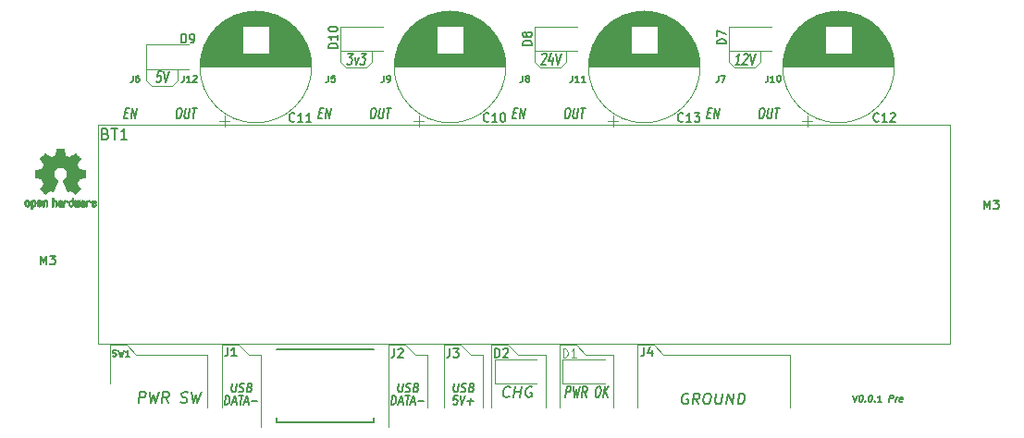
<source format=gbr>
G04 #@! TF.GenerationSoftware,KiCad,Pcbnew,(5.1.5-0-10_14)*
G04 #@! TF.CreationDate,2020-03-17T09:24:28-05:00*
G04 #@! TF.ProjectId,pulse,70756c73-652e-46b6-9963-61645f706362,rev?*
G04 #@! TF.SameCoordinates,Original*
G04 #@! TF.FileFunction,Legend,Top*
G04 #@! TF.FilePolarity,Positive*
%FSLAX46Y46*%
G04 Gerber Fmt 4.6, Leading zero omitted, Abs format (unit mm)*
G04 Created by KiCad (PCBNEW (5.1.5-0-10_14)) date 2020-03-17 09:24:28*
%MOMM*%
%LPD*%
G04 APERTURE LIST*
%ADD10C,0.150000*%
%ADD11C,0.120000*%
%ADD12C,0.010000*%
%ADD13C,0.200000*%
%ADD14C,0.125000*%
G04 APERTURE END LIST*
D10*
X182963448Y-75820628D02*
X183088448Y-76420628D01*
X183363448Y-75820628D01*
X183677733Y-75820628D02*
X183734876Y-75820628D01*
X183788448Y-75849200D01*
X183813448Y-75877771D01*
X183834876Y-75934914D01*
X183849162Y-76049200D01*
X183831305Y-76192057D01*
X183788448Y-76306342D01*
X183752733Y-76363485D01*
X183720591Y-76392057D01*
X183659876Y-76420628D01*
X183602733Y-76420628D01*
X183549162Y-76392057D01*
X183524162Y-76363485D01*
X183502733Y-76306342D01*
X183488448Y-76192057D01*
X183506305Y-76049200D01*
X183549162Y-75934914D01*
X183584876Y-75877771D01*
X183617019Y-75849200D01*
X183677733Y-75820628D01*
X184067019Y-76363485D02*
X184092019Y-76392057D01*
X184059876Y-76420628D01*
X184034876Y-76392057D01*
X184067019Y-76363485D01*
X184059876Y-76420628D01*
X184534876Y-75820628D02*
X184592019Y-75820628D01*
X184645591Y-75849200D01*
X184670591Y-75877771D01*
X184692019Y-75934914D01*
X184706305Y-76049200D01*
X184688448Y-76192057D01*
X184645591Y-76306342D01*
X184609876Y-76363485D01*
X184577733Y-76392057D01*
X184517019Y-76420628D01*
X184459876Y-76420628D01*
X184406305Y-76392057D01*
X184381305Y-76363485D01*
X184359876Y-76306342D01*
X184345591Y-76192057D01*
X184363448Y-76049200D01*
X184406305Y-75934914D01*
X184442019Y-75877771D01*
X184474162Y-75849200D01*
X184534876Y-75820628D01*
X184924162Y-76363485D02*
X184949162Y-76392057D01*
X184917019Y-76420628D01*
X184892019Y-76392057D01*
X184924162Y-76363485D01*
X184917019Y-76420628D01*
X185517019Y-76420628D02*
X185174162Y-76420628D01*
X185345591Y-76420628D02*
X185420591Y-75820628D01*
X185352733Y-75906342D01*
X185288448Y-75963485D01*
X185227733Y-75992057D01*
X186231305Y-76420628D02*
X186306305Y-75820628D01*
X186534876Y-75820628D01*
X186588448Y-75849200D01*
X186613448Y-75877771D01*
X186634876Y-75934914D01*
X186624162Y-76020628D01*
X186588448Y-76077771D01*
X186556305Y-76106342D01*
X186495591Y-76134914D01*
X186267019Y-76134914D01*
X186831305Y-76420628D02*
X186881305Y-76020628D01*
X186867019Y-76134914D02*
X186902733Y-76077771D01*
X186934876Y-76049200D01*
X186995591Y-76020628D01*
X187052733Y-76020628D01*
X187434876Y-76392057D02*
X187374162Y-76420628D01*
X187259876Y-76420628D01*
X187206305Y-76392057D01*
X187184876Y-76334914D01*
X187213448Y-76106342D01*
X187249162Y-76049200D01*
X187309876Y-76020628D01*
X187424162Y-76020628D01*
X187477733Y-76049200D01*
X187499162Y-76106342D01*
X187492019Y-76163485D01*
X187199162Y-76220628D01*
X169628824Y-49966571D02*
X169862157Y-49966571D01*
X169896681Y-50490380D02*
X169563348Y-50490380D01*
X169688348Y-49490380D01*
X170021681Y-49490380D01*
X170196681Y-50490380D02*
X170321681Y-49490380D01*
X170596681Y-50490380D01*
X170721681Y-49490380D01*
X174585014Y-49490380D02*
X174718348Y-49490380D01*
X174779062Y-49538000D01*
X174833824Y-49633238D01*
X174843348Y-49823714D01*
X174801681Y-50157047D01*
X174744538Y-50347523D01*
X174665967Y-50442761D01*
X174593348Y-50490380D01*
X174460014Y-50490380D01*
X174399300Y-50442761D01*
X174344538Y-50347523D01*
X174335014Y-50157047D01*
X174376681Y-49823714D01*
X174433824Y-49633238D01*
X174512395Y-49538000D01*
X174585014Y-49490380D01*
X175185014Y-49490380D02*
X175083824Y-50299904D01*
X175105252Y-50395142D01*
X175132633Y-50442761D01*
X175193348Y-50490380D01*
X175326681Y-50490380D01*
X175399300Y-50442761D01*
X175438586Y-50395142D01*
X175483824Y-50299904D01*
X175585014Y-49490380D01*
X175818348Y-49490380D02*
X176218348Y-49490380D01*
X175893348Y-50490380D02*
X176018348Y-49490380D01*
X151848824Y-49966571D02*
X152082157Y-49966571D01*
X152116681Y-50490380D02*
X151783348Y-50490380D01*
X151908348Y-49490380D01*
X152241681Y-49490380D01*
X152416681Y-50490380D02*
X152541681Y-49490380D01*
X152816681Y-50490380D01*
X152941681Y-49490380D01*
X156805014Y-49490380D02*
X156938348Y-49490380D01*
X156999062Y-49538000D01*
X157053824Y-49633238D01*
X157063348Y-49823714D01*
X157021681Y-50157047D01*
X156964538Y-50347523D01*
X156885967Y-50442761D01*
X156813348Y-50490380D01*
X156680014Y-50490380D01*
X156619300Y-50442761D01*
X156564538Y-50347523D01*
X156555014Y-50157047D01*
X156596681Y-49823714D01*
X156653824Y-49633238D01*
X156732395Y-49538000D01*
X156805014Y-49490380D01*
X157405014Y-49490380D02*
X157303824Y-50299904D01*
X157325252Y-50395142D01*
X157352633Y-50442761D01*
X157413348Y-50490380D01*
X157546681Y-50490380D01*
X157619300Y-50442761D01*
X157658586Y-50395142D01*
X157703824Y-50299904D01*
X157805014Y-49490380D01*
X158038348Y-49490380D02*
X158438348Y-49490380D01*
X158113348Y-50490380D02*
X158238348Y-49490380D01*
X139025014Y-49490380D02*
X139158348Y-49490380D01*
X139219062Y-49538000D01*
X139273824Y-49633238D01*
X139283348Y-49823714D01*
X139241681Y-50157047D01*
X139184538Y-50347523D01*
X139105967Y-50442761D01*
X139033348Y-50490380D01*
X138900014Y-50490380D01*
X138839300Y-50442761D01*
X138784538Y-50347523D01*
X138775014Y-50157047D01*
X138816681Y-49823714D01*
X138873824Y-49633238D01*
X138952395Y-49538000D01*
X139025014Y-49490380D01*
X139625014Y-49490380D02*
X139523824Y-50299904D01*
X139545252Y-50395142D01*
X139572633Y-50442761D01*
X139633348Y-50490380D01*
X139766681Y-50490380D01*
X139839300Y-50442761D01*
X139878586Y-50395142D01*
X139923824Y-50299904D01*
X140025014Y-49490380D01*
X140258348Y-49490380D02*
X140658348Y-49490380D01*
X140333348Y-50490380D02*
X140458348Y-49490380D01*
X134068824Y-49966571D02*
X134302157Y-49966571D01*
X134336681Y-50490380D02*
X134003348Y-50490380D01*
X134128348Y-49490380D01*
X134461681Y-49490380D01*
X134636681Y-50490380D02*
X134761681Y-49490380D01*
X135036681Y-50490380D01*
X135161681Y-49490380D01*
X121245014Y-49490380D02*
X121378348Y-49490380D01*
X121439062Y-49538000D01*
X121493824Y-49633238D01*
X121503348Y-49823714D01*
X121461681Y-50157047D01*
X121404538Y-50347523D01*
X121325967Y-50442761D01*
X121253348Y-50490380D01*
X121120014Y-50490380D01*
X121059300Y-50442761D01*
X121004538Y-50347523D01*
X120995014Y-50157047D01*
X121036681Y-49823714D01*
X121093824Y-49633238D01*
X121172395Y-49538000D01*
X121245014Y-49490380D01*
X121845014Y-49490380D02*
X121743824Y-50299904D01*
X121765252Y-50395142D01*
X121792633Y-50442761D01*
X121853348Y-50490380D01*
X121986681Y-50490380D01*
X122059300Y-50442761D01*
X122098586Y-50395142D01*
X122143824Y-50299904D01*
X122245014Y-49490380D01*
X122478348Y-49490380D02*
X122878348Y-49490380D01*
X122553348Y-50490380D02*
X122678348Y-49490380D01*
X116288824Y-49966571D02*
X116522157Y-49966571D01*
X116556681Y-50490380D02*
X116223348Y-50490380D01*
X116348348Y-49490380D01*
X116681681Y-49490380D01*
X116856681Y-50490380D02*
X116981681Y-49490380D01*
X117256681Y-50490380D01*
X117381681Y-49490380D01*
D11*
X120644000Y-47474000D02*
X121152000Y-46966000D01*
X121152000Y-46966000D02*
X121152000Y-45950000D01*
X120644000Y-47474000D02*
X118739000Y-47474000D01*
X118231000Y-46966000D02*
X118231000Y-45950000D01*
X118739000Y-47474000D02*
X118231000Y-46966000D01*
D10*
X119646681Y-46164380D02*
X119313348Y-46164380D01*
X119220491Y-46640571D01*
X119259776Y-46592952D01*
X119332395Y-46545333D01*
X119499062Y-46545333D01*
X119559776Y-46592952D01*
X119587157Y-46640571D01*
X119608586Y-46735809D01*
X119578824Y-46973904D01*
X119533586Y-47069142D01*
X119494300Y-47116761D01*
X119421681Y-47164380D01*
X119255014Y-47164380D01*
X119194300Y-47116761D01*
X119166919Y-47069142D01*
X119880014Y-46164380D02*
X119988348Y-47164380D01*
X120346681Y-46164380D01*
D11*
X138426000Y-45831000D02*
X138934000Y-45323000D01*
X138934000Y-45323000D02*
X138934000Y-44307000D01*
X136013000Y-45323000D02*
X136013000Y-44307000D01*
X136521000Y-45831000D02*
X136013000Y-45323000D01*
X138426000Y-45831000D02*
X136521000Y-45831000D01*
D10*
X136728681Y-44521380D02*
X137162014Y-44521380D01*
X136881062Y-44902333D01*
X136981062Y-44902333D01*
X137041776Y-44949952D01*
X137069157Y-44997571D01*
X137090586Y-45092809D01*
X137060824Y-45330904D01*
X137015586Y-45426142D01*
X136976300Y-45473761D01*
X136903681Y-45521380D01*
X136703681Y-45521380D01*
X136642967Y-45473761D01*
X136615586Y-45426142D01*
X137353681Y-44854714D02*
X137437014Y-45521380D01*
X137687014Y-44854714D01*
X137928681Y-44521380D02*
X138362014Y-44521380D01*
X138081062Y-44902333D01*
X138181062Y-44902333D01*
X138241776Y-44949952D01*
X138269157Y-44997571D01*
X138290586Y-45092809D01*
X138260824Y-45330904D01*
X138215586Y-45426142D01*
X138176300Y-45473761D01*
X138103681Y-45521380D01*
X137903681Y-45521380D01*
X137842967Y-45473761D01*
X137815586Y-45426142D01*
D11*
X154301000Y-45831000D02*
X153793000Y-45323000D01*
X156714000Y-45323000D02*
X156714000Y-44307000D01*
X156206000Y-45831000D02*
X156714000Y-45323000D01*
X153793000Y-45323000D02*
X153793000Y-44307000D01*
X156206000Y-45831000D02*
X154301000Y-45831000D01*
D10*
X154496776Y-44616619D02*
X154536062Y-44569000D01*
X154608681Y-44521380D01*
X154775348Y-44521380D01*
X154836062Y-44569000D01*
X154863443Y-44616619D01*
X154884872Y-44711857D01*
X154872967Y-44807095D01*
X154821776Y-44949952D01*
X154350348Y-45521380D01*
X154783681Y-45521380D01*
X155467014Y-44854714D02*
X155383681Y-45521380D01*
X155347967Y-44473761D02*
X155092014Y-45188047D01*
X155525348Y-45188047D01*
X155775348Y-44521380D02*
X155883681Y-45521380D01*
X156242014Y-44521380D01*
D11*
X174498000Y-45339000D02*
X174498000Y-44323000D01*
X173990000Y-45847000D02*
X174498000Y-45339000D01*
X171577000Y-45339000D02*
X171577000Y-44323000D01*
X172085000Y-45847000D02*
X171577000Y-45339000D01*
X173990000Y-45847000D02*
X172085000Y-45847000D01*
D10*
X172567681Y-45537380D02*
X172167681Y-45537380D01*
X172367681Y-45537380D02*
X172492681Y-44537380D01*
X172408157Y-44680238D01*
X172329586Y-44775476D01*
X172256967Y-44823095D01*
X172947443Y-44632619D02*
X172986729Y-44585000D01*
X173059348Y-44537380D01*
X173226014Y-44537380D01*
X173286729Y-44585000D01*
X173314110Y-44632619D01*
X173335538Y-44727857D01*
X173323633Y-44823095D01*
X173272443Y-44965952D01*
X172801014Y-45537380D01*
X173234348Y-45537380D01*
X173559348Y-44537380D02*
X173667681Y-45537380D01*
X174026014Y-44537380D01*
X117534110Y-76525380D02*
X117659110Y-75525380D01*
X118040062Y-75525380D01*
X118129348Y-75573000D01*
X118171014Y-75620619D01*
X118206729Y-75715857D01*
X118188872Y-75858714D01*
X118129348Y-75953952D01*
X118075776Y-76001571D01*
X117974586Y-76049190D01*
X117593633Y-76049190D01*
X118563872Y-75525380D02*
X118676967Y-76525380D01*
X118956729Y-75811095D01*
X119057919Y-76525380D01*
X119421014Y-75525380D01*
X120248395Y-76525380D02*
X119974586Y-76049190D01*
X119676967Y-76525380D02*
X119801967Y-75525380D01*
X120182919Y-75525380D01*
X120272205Y-75573000D01*
X120313872Y-75620619D01*
X120349586Y-75715857D01*
X120331729Y-75858714D01*
X120272205Y-75953952D01*
X120218633Y-76001571D01*
X120117443Y-76049190D01*
X119736491Y-76049190D01*
X121397205Y-76477761D02*
X121534110Y-76525380D01*
X121772205Y-76525380D01*
X121873395Y-76477761D01*
X121926967Y-76430142D01*
X121986491Y-76334904D01*
X121998395Y-76239666D01*
X121962681Y-76144428D01*
X121921014Y-76096809D01*
X121831729Y-76049190D01*
X121647205Y-76001571D01*
X121557919Y-75953952D01*
X121516252Y-75906333D01*
X121480538Y-75811095D01*
X121492443Y-75715857D01*
X121551967Y-75620619D01*
X121605538Y-75573000D01*
X121706729Y-75525380D01*
X121944824Y-75525380D01*
X122081729Y-75573000D01*
X122421014Y-75525380D02*
X122534110Y-76525380D01*
X122813872Y-75811095D01*
X122915062Y-76525380D01*
X123278157Y-75525380D01*
D11*
X123825000Y-72136000D02*
X123825000Y-76962000D01*
X114935000Y-71247000D02*
X116459000Y-71247000D01*
X116459000Y-71247000D02*
X117348000Y-72136000D01*
X117348000Y-72136000D02*
X123825000Y-72136000D01*
X114935000Y-74803000D02*
X114935000Y-71247000D01*
X126746000Y-71247000D02*
X127635000Y-72136000D01*
X128778000Y-72136000D02*
X128778000Y-78740000D01*
X127635000Y-72136000D02*
X128778000Y-72136000D01*
X125222000Y-76962000D02*
X125222000Y-71247000D01*
X125222000Y-71247000D02*
X126746000Y-71247000D01*
D10*
X125434241Y-76688904D02*
X125534241Y-75888904D01*
X125700907Y-75888904D01*
X125796145Y-75927000D01*
X125853288Y-76003190D01*
X125877098Y-76079380D01*
X125891383Y-76231761D01*
X125877098Y-76346047D01*
X125824717Y-76498428D01*
X125781860Y-76574619D01*
X125705669Y-76650809D01*
X125600907Y-76688904D01*
X125434241Y-76688904D01*
X126129479Y-76460333D02*
X126462812Y-76460333D01*
X126034241Y-76688904D02*
X126367574Y-75888904D01*
X126500907Y-76688904D01*
X126734241Y-75888904D02*
X127134241Y-75888904D01*
X126834241Y-76688904D02*
X126934241Y-75888904D01*
X127262812Y-76460333D02*
X127596145Y-76460333D01*
X127167574Y-76688904D02*
X127500907Y-75888904D01*
X127634241Y-76688904D01*
X127905669Y-76384142D02*
X128439002Y-76384142D01*
X126134241Y-74745904D02*
X126053288Y-75393523D01*
X126077098Y-75469714D01*
X126105669Y-75507809D01*
X126167574Y-75545904D01*
X126300907Y-75545904D01*
X126372336Y-75507809D01*
X126410431Y-75469714D01*
X126453288Y-75393523D01*
X126534241Y-74745904D01*
X126739002Y-75507809D02*
X126834241Y-75545904D01*
X127000907Y-75545904D01*
X127072336Y-75507809D01*
X127110431Y-75469714D01*
X127153288Y-75393523D01*
X127162812Y-75317333D01*
X127139002Y-75241142D01*
X127110431Y-75203047D01*
X127048526Y-75164952D01*
X126919955Y-75126857D01*
X126858050Y-75088761D01*
X126829479Y-75050666D01*
X126805669Y-74974476D01*
X126815193Y-74898285D01*
X126858050Y-74822095D01*
X126896145Y-74784000D01*
X126967574Y-74745904D01*
X127134241Y-74745904D01*
X127229479Y-74784000D01*
X127719955Y-75126857D02*
X127815193Y-75164952D01*
X127843764Y-75203047D01*
X127867574Y-75279238D01*
X127853288Y-75393523D01*
X127810431Y-75469714D01*
X127772336Y-75507809D01*
X127700907Y-75545904D01*
X127434241Y-75545904D01*
X127534241Y-74745904D01*
X127767574Y-74745904D01*
X127829479Y-74784000D01*
X127858050Y-74822095D01*
X127881860Y-74898285D01*
X127872336Y-74974476D01*
X127829479Y-75050666D01*
X127791383Y-75088761D01*
X127719955Y-75126857D01*
X127486622Y-75126857D01*
D11*
X141986000Y-71247000D02*
X142875000Y-72136000D01*
X144018000Y-72136000D02*
X144018000Y-76962000D01*
X142875000Y-72136000D02*
X144018000Y-72136000D01*
X140462000Y-78740000D02*
X140462000Y-71247000D01*
X140462000Y-71247000D02*
X141986000Y-71247000D01*
D10*
X140674241Y-76688904D02*
X140774241Y-75888904D01*
X140940907Y-75888904D01*
X141036145Y-75927000D01*
X141093288Y-76003190D01*
X141117098Y-76079380D01*
X141131383Y-76231761D01*
X141117098Y-76346047D01*
X141064717Y-76498428D01*
X141021860Y-76574619D01*
X140945669Y-76650809D01*
X140840907Y-76688904D01*
X140674241Y-76688904D01*
X141369479Y-76460333D02*
X141702812Y-76460333D01*
X141274241Y-76688904D02*
X141607574Y-75888904D01*
X141740907Y-76688904D01*
X141974241Y-75888904D02*
X142374241Y-75888904D01*
X142074241Y-76688904D02*
X142174241Y-75888904D01*
X142502812Y-76460333D02*
X142836145Y-76460333D01*
X142407574Y-76688904D02*
X142740907Y-75888904D01*
X142874241Y-76688904D01*
X143145669Y-76384142D02*
X143679002Y-76384142D01*
X141374241Y-74745904D02*
X141293288Y-75393523D01*
X141317098Y-75469714D01*
X141345669Y-75507809D01*
X141407574Y-75545904D01*
X141540907Y-75545904D01*
X141612336Y-75507809D01*
X141650431Y-75469714D01*
X141693288Y-75393523D01*
X141774241Y-74745904D01*
X141979002Y-75507809D02*
X142074241Y-75545904D01*
X142240907Y-75545904D01*
X142312336Y-75507809D01*
X142350431Y-75469714D01*
X142393288Y-75393523D01*
X142402812Y-75317333D01*
X142379002Y-75241142D01*
X142350431Y-75203047D01*
X142288526Y-75164952D01*
X142159955Y-75126857D01*
X142098050Y-75088761D01*
X142069479Y-75050666D01*
X142045669Y-74974476D01*
X142055193Y-74898285D01*
X142098050Y-74822095D01*
X142136145Y-74784000D01*
X142207574Y-74745904D01*
X142374241Y-74745904D01*
X142469479Y-74784000D01*
X142959955Y-75126857D02*
X143055193Y-75164952D01*
X143083764Y-75203047D01*
X143107574Y-75279238D01*
X143093288Y-75393523D01*
X143050431Y-75469714D01*
X143012336Y-75507809D01*
X142940907Y-75545904D01*
X142674241Y-75545904D01*
X142774241Y-74745904D01*
X143007574Y-74745904D01*
X143069479Y-74784000D01*
X143098050Y-74822095D01*
X143121860Y-74898285D01*
X143112336Y-74974476D01*
X143069479Y-75050666D01*
X143031383Y-75088761D01*
X142959955Y-75126857D01*
X142726622Y-75126857D01*
X146454241Y-74745904D02*
X146373288Y-75393523D01*
X146397098Y-75469714D01*
X146425669Y-75507809D01*
X146487574Y-75545904D01*
X146620907Y-75545904D01*
X146692336Y-75507809D01*
X146730431Y-75469714D01*
X146773288Y-75393523D01*
X146854241Y-74745904D01*
X147059002Y-75507809D02*
X147154241Y-75545904D01*
X147320907Y-75545904D01*
X147392336Y-75507809D01*
X147430431Y-75469714D01*
X147473288Y-75393523D01*
X147482812Y-75317333D01*
X147459002Y-75241142D01*
X147430431Y-75203047D01*
X147368526Y-75164952D01*
X147239955Y-75126857D01*
X147178050Y-75088761D01*
X147149479Y-75050666D01*
X147125669Y-74974476D01*
X147135193Y-74898285D01*
X147178050Y-74822095D01*
X147216145Y-74784000D01*
X147287574Y-74745904D01*
X147454241Y-74745904D01*
X147549479Y-74784000D01*
X148039955Y-75126857D02*
X148135193Y-75164952D01*
X148163764Y-75203047D01*
X148187574Y-75279238D01*
X148173288Y-75393523D01*
X148130431Y-75469714D01*
X148092336Y-75507809D01*
X148020907Y-75545904D01*
X147754241Y-75545904D01*
X147854241Y-74745904D01*
X148087574Y-74745904D01*
X148149479Y-74784000D01*
X148178050Y-74822095D01*
X148201860Y-74898285D01*
X148192336Y-74974476D01*
X148149479Y-75050666D01*
X148111383Y-75088761D01*
X148039955Y-75126857D01*
X147806622Y-75126857D01*
X146770907Y-75888904D02*
X146437574Y-75888904D01*
X146356622Y-76269857D01*
X146394717Y-76231761D01*
X146466145Y-76193666D01*
X146632812Y-76193666D01*
X146694717Y-76231761D01*
X146723288Y-76269857D01*
X146747098Y-76346047D01*
X146723288Y-76536523D01*
X146680431Y-76612714D01*
X146642336Y-76650809D01*
X146570907Y-76688904D01*
X146404241Y-76688904D01*
X146342336Y-76650809D01*
X146313764Y-76612714D01*
X147004241Y-75888904D02*
X147137574Y-76688904D01*
X147470907Y-75888904D01*
X147642336Y-76384142D02*
X148175669Y-76384142D01*
X147870907Y-76688904D02*
X147947098Y-76079380D01*
D11*
X147955000Y-72136000D02*
X149098000Y-72136000D01*
X149098000Y-72136000D02*
X149098000Y-76962000D01*
X145542000Y-71247000D02*
X147066000Y-71247000D01*
X145542000Y-76962000D02*
X145542000Y-71247000D01*
X147066000Y-71247000D02*
X147955000Y-72136000D01*
D10*
X167889538Y-75700000D02*
X167800252Y-75652380D01*
X167657395Y-75652380D01*
X167508586Y-75700000D01*
X167401443Y-75795238D01*
X167341919Y-75890476D01*
X167270491Y-76080952D01*
X167252633Y-76223809D01*
X167276443Y-76414285D01*
X167312157Y-76509523D01*
X167395491Y-76604761D01*
X167532395Y-76652380D01*
X167627633Y-76652380D01*
X167776443Y-76604761D01*
X167830014Y-76557142D01*
X167871681Y-76223809D01*
X167681205Y-76223809D01*
X168818110Y-76652380D02*
X168544300Y-76176190D01*
X168246681Y-76652380D02*
X168371681Y-75652380D01*
X168752633Y-75652380D01*
X168841919Y-75700000D01*
X168883586Y-75747619D01*
X168919300Y-75842857D01*
X168901443Y-75985714D01*
X168841919Y-76080952D01*
X168788348Y-76128571D01*
X168687157Y-76176190D01*
X168306205Y-76176190D01*
X169562157Y-75652380D02*
X169752633Y-75652380D01*
X169841919Y-75700000D01*
X169925252Y-75795238D01*
X169949062Y-75985714D01*
X169907395Y-76319047D01*
X169835967Y-76509523D01*
X169728824Y-76604761D01*
X169627633Y-76652380D01*
X169437157Y-76652380D01*
X169347872Y-76604761D01*
X169264538Y-76509523D01*
X169240729Y-76319047D01*
X169282395Y-75985714D01*
X169353824Y-75795238D01*
X169460967Y-75700000D01*
X169562157Y-75652380D01*
X170419300Y-75652380D02*
X170318110Y-76461904D01*
X170353824Y-76557142D01*
X170395491Y-76604761D01*
X170484776Y-76652380D01*
X170675252Y-76652380D01*
X170776443Y-76604761D01*
X170830014Y-76557142D01*
X170889538Y-76461904D01*
X170990729Y-75652380D01*
X171341919Y-76652380D02*
X171466919Y-75652380D01*
X171913348Y-76652380D01*
X172038348Y-75652380D01*
X172389538Y-76652380D02*
X172514538Y-75652380D01*
X172752633Y-75652380D01*
X172889538Y-75700000D01*
X172972872Y-75795238D01*
X173008586Y-75890476D01*
X173032395Y-76080952D01*
X173014538Y-76223809D01*
X172943110Y-76414285D01*
X172883586Y-76509523D01*
X172776443Y-76604761D01*
X172627633Y-76652380D01*
X172389538Y-76652380D01*
D11*
X163195000Y-71247000D02*
X164719000Y-71247000D01*
X177165000Y-72136000D02*
X177165000Y-76962000D01*
X165608000Y-72136000D02*
X177165000Y-72136000D01*
X163195000Y-76962000D02*
X163195000Y-71247000D01*
X164719000Y-71247000D02*
X165608000Y-72136000D01*
X149860000Y-71247000D02*
X151384000Y-71247000D01*
X154813000Y-72136000D02*
X154813000Y-76962000D01*
X152273000Y-72136000D02*
X154813000Y-72136000D01*
X151384000Y-71247000D02*
X152273000Y-72136000D01*
X149860000Y-76962000D02*
X149860000Y-71247000D01*
X161036000Y-72136000D02*
X161036000Y-76962000D01*
X158496000Y-72136000D02*
X161036000Y-72136000D01*
X157607000Y-71247000D02*
X158496000Y-72136000D01*
X156083000Y-71247000D02*
X157607000Y-71247000D01*
X156083000Y-76962000D02*
X156083000Y-71247000D01*
D10*
X151470633Y-75922142D02*
X151417062Y-75969761D01*
X151268252Y-76017380D01*
X151173014Y-76017380D01*
X151036110Y-75969761D01*
X150952776Y-75874523D01*
X150917062Y-75779285D01*
X150893252Y-75588809D01*
X150911110Y-75445952D01*
X150982538Y-75255476D01*
X151042062Y-75160238D01*
X151149205Y-75065000D01*
X151298014Y-75017380D01*
X151393252Y-75017380D01*
X151530157Y-75065000D01*
X151571824Y-75112619D01*
X151887300Y-76017380D02*
X152012300Y-75017380D01*
X151952776Y-75493571D02*
X152524205Y-75493571D01*
X152458729Y-76017380D02*
X152583729Y-75017380D01*
X153577776Y-75065000D02*
X153488491Y-75017380D01*
X153345633Y-75017380D01*
X153196824Y-75065000D01*
X153089681Y-75160238D01*
X153030157Y-75255476D01*
X152958729Y-75445952D01*
X152940872Y-75588809D01*
X152964681Y-75779285D01*
X153000395Y-75874523D01*
X153083729Y-75969761D01*
X153220633Y-76017380D01*
X153315872Y-76017380D01*
X153464681Y-75969761D01*
X153518252Y-75922142D01*
X153559919Y-75588809D01*
X153369443Y-75588809D01*
X156606348Y-76017380D02*
X156731348Y-75017380D01*
X156998014Y-75017380D01*
X157058729Y-75065000D01*
X157086110Y-75112619D01*
X157107538Y-75207857D01*
X157089681Y-75350714D01*
X157044443Y-75445952D01*
X157005157Y-75493571D01*
X156932538Y-75541190D01*
X156665872Y-75541190D01*
X157364681Y-75017380D02*
X157406348Y-76017380D01*
X157628967Y-75303095D01*
X157673014Y-76017380D01*
X157964681Y-75017380D01*
X158506348Y-76017380D02*
X158332538Y-75541190D01*
X158106348Y-76017380D02*
X158231348Y-75017380D01*
X158498014Y-75017380D01*
X158558729Y-75065000D01*
X158586110Y-75112619D01*
X158607538Y-75207857D01*
X158589681Y-75350714D01*
X158544443Y-75445952D01*
X158505157Y-75493571D01*
X158432538Y-75541190D01*
X158165872Y-75541190D01*
X159598014Y-75017380D02*
X159731348Y-75017380D01*
X159792062Y-75065000D01*
X159846824Y-75160238D01*
X159856348Y-75350714D01*
X159814681Y-75684047D01*
X159757538Y-75874523D01*
X159678967Y-75969761D01*
X159606348Y-76017380D01*
X159473014Y-76017380D01*
X159412300Y-75969761D01*
X159357538Y-75874523D01*
X159348014Y-75684047D01*
X159389681Y-75350714D01*
X159446824Y-75160238D01*
X159525395Y-75065000D01*
X159598014Y-75017380D01*
X160073014Y-76017380D02*
X160198014Y-75017380D01*
X160473014Y-76017380D02*
X160244443Y-75445952D01*
X160598014Y-75017380D02*
X160126586Y-75588809D01*
X194932380Y-58781904D02*
X194932380Y-57981904D01*
X195199047Y-58553333D01*
X195465714Y-57981904D01*
X195465714Y-58781904D01*
X195770476Y-57981904D02*
X196265714Y-57981904D01*
X195999047Y-58286666D01*
X196113333Y-58286666D01*
X196189523Y-58324761D01*
X196227619Y-58362857D01*
X196265714Y-58439047D01*
X196265714Y-58629523D01*
X196227619Y-58705714D01*
X196189523Y-58743809D01*
X196113333Y-58781904D01*
X195884761Y-58781904D01*
X195808571Y-58743809D01*
X195770476Y-58705714D01*
X108572380Y-63861904D02*
X108572380Y-63061904D01*
X108839047Y-63633333D01*
X109105714Y-63061904D01*
X109105714Y-63861904D01*
X109410476Y-63061904D02*
X109905714Y-63061904D01*
X109639047Y-63366666D01*
X109753333Y-63366666D01*
X109829523Y-63404761D01*
X109867619Y-63442857D01*
X109905714Y-63519047D01*
X109905714Y-63709523D01*
X109867619Y-63785714D01*
X109829523Y-63823809D01*
X109753333Y-63861904D01*
X109524761Y-63861904D01*
X109448571Y-63823809D01*
X109410476Y-63785714D01*
D12*
G36*
X110466910Y-53249348D02*
G01*
X110545454Y-53249778D01*
X110602298Y-53250942D01*
X110641105Y-53253207D01*
X110665538Y-53256940D01*
X110679262Y-53262506D01*
X110685940Y-53270273D01*
X110689236Y-53280605D01*
X110689556Y-53281943D01*
X110694562Y-53306079D01*
X110703829Y-53353701D01*
X110716392Y-53419741D01*
X110731287Y-53499128D01*
X110747551Y-53586796D01*
X110748119Y-53589875D01*
X110764410Y-53675789D01*
X110779652Y-53751696D01*
X110792861Y-53813045D01*
X110803054Y-53855282D01*
X110809248Y-53873855D01*
X110809543Y-53874184D01*
X110827788Y-53883253D01*
X110865405Y-53898367D01*
X110914271Y-53916262D01*
X110914543Y-53916358D01*
X110976093Y-53939493D01*
X111048657Y-53968965D01*
X111117057Y-53998597D01*
X111120294Y-54000062D01*
X111231702Y-54050626D01*
X111478399Y-53882160D01*
X111554077Y-53830803D01*
X111622631Y-53784889D01*
X111680088Y-53747030D01*
X111722476Y-53719837D01*
X111745825Y-53705921D01*
X111748042Y-53704889D01*
X111765010Y-53709484D01*
X111796701Y-53731655D01*
X111844352Y-53772447D01*
X111909198Y-53832905D01*
X111975397Y-53897227D01*
X112039214Y-53960612D01*
X112096329Y-54018451D01*
X112143305Y-54067175D01*
X112176703Y-54103210D01*
X112193085Y-54122984D01*
X112193694Y-54124002D01*
X112195505Y-54137572D01*
X112188683Y-54159733D01*
X112171540Y-54193478D01*
X112142393Y-54241800D01*
X112099555Y-54307692D01*
X112042448Y-54392517D01*
X111991766Y-54467177D01*
X111946461Y-54534140D01*
X111909150Y-54589516D01*
X111882452Y-54629420D01*
X111868985Y-54649962D01*
X111868137Y-54651356D01*
X111869781Y-54671038D01*
X111882245Y-54709293D01*
X111903048Y-54758889D01*
X111910462Y-54774728D01*
X111942814Y-54845290D01*
X111977328Y-54925353D01*
X112005365Y-54994629D01*
X112025568Y-55046045D01*
X112041615Y-55085119D01*
X112050888Y-55105541D01*
X112052041Y-55107114D01*
X112069096Y-55109721D01*
X112109298Y-55116863D01*
X112167302Y-55127523D01*
X112237763Y-55140685D01*
X112315335Y-55155333D01*
X112394672Y-55170449D01*
X112470431Y-55185018D01*
X112537264Y-55198022D01*
X112589828Y-55208445D01*
X112622776Y-55215270D01*
X112630857Y-55217199D01*
X112639205Y-55221962D01*
X112645506Y-55232718D01*
X112650045Y-55253098D01*
X112653104Y-55286734D01*
X112654967Y-55337255D01*
X112655918Y-55408292D01*
X112656240Y-55503476D01*
X112656257Y-55542492D01*
X112656257Y-55859799D01*
X112580057Y-55874839D01*
X112537663Y-55882995D01*
X112474400Y-55894899D01*
X112397962Y-55909116D01*
X112316043Y-55924210D01*
X112293400Y-55928355D01*
X112217806Y-55943053D01*
X112151953Y-55957505D01*
X112101366Y-55970375D01*
X112071574Y-55980322D01*
X112066612Y-55983287D01*
X112054426Y-56004283D01*
X112036953Y-56044967D01*
X112017577Y-56097322D01*
X112013734Y-56108600D01*
X111988339Y-56178523D01*
X111956817Y-56257418D01*
X111925969Y-56328266D01*
X111925817Y-56328595D01*
X111874447Y-56439733D01*
X112043399Y-56688253D01*
X112212352Y-56936772D01*
X111995429Y-57154058D01*
X111929819Y-57218726D01*
X111869979Y-57275733D01*
X111819267Y-57322033D01*
X111781046Y-57354584D01*
X111758675Y-57370343D01*
X111755466Y-57371343D01*
X111736626Y-57363469D01*
X111698180Y-57341578D01*
X111644330Y-57308267D01*
X111579276Y-57266131D01*
X111508940Y-57218943D01*
X111437555Y-57170810D01*
X111373908Y-57128928D01*
X111322041Y-57095871D01*
X111285995Y-57074218D01*
X111269867Y-57066543D01*
X111250189Y-57073037D01*
X111212875Y-57090150D01*
X111165621Y-57114326D01*
X111160612Y-57117013D01*
X111096977Y-57148927D01*
X111053341Y-57164579D01*
X111026202Y-57164745D01*
X111012057Y-57150204D01*
X111011975Y-57150000D01*
X111004905Y-57132779D01*
X110988042Y-57091899D01*
X110962695Y-57030525D01*
X110930171Y-56951819D01*
X110891778Y-56858947D01*
X110848822Y-56755072D01*
X110807222Y-56654502D01*
X110761504Y-56543516D01*
X110719526Y-56440703D01*
X110682548Y-56349215D01*
X110651827Y-56272201D01*
X110628622Y-56212815D01*
X110614190Y-56174209D01*
X110609743Y-56159800D01*
X110620896Y-56143272D01*
X110650069Y-56116930D01*
X110688971Y-56087887D01*
X110799757Y-55996039D01*
X110886351Y-55890759D01*
X110947716Y-55774266D01*
X110982815Y-55648776D01*
X110990608Y-55516507D01*
X110984943Y-55455457D01*
X110954078Y-55328795D01*
X110900920Y-55216941D01*
X110828767Y-55121001D01*
X110740917Y-55042076D01*
X110640665Y-54981270D01*
X110531310Y-54939687D01*
X110416147Y-54918428D01*
X110298475Y-54918599D01*
X110181590Y-54941301D01*
X110068789Y-54987638D01*
X109963369Y-55058713D01*
X109919368Y-55098911D01*
X109834979Y-55202129D01*
X109776222Y-55314925D01*
X109742704Y-55434010D01*
X109734035Y-55556095D01*
X109749823Y-55677893D01*
X109789678Y-55796116D01*
X109853207Y-55907475D01*
X109940021Y-56008684D01*
X110037029Y-56087887D01*
X110077437Y-56118162D01*
X110105982Y-56144219D01*
X110116257Y-56159825D01*
X110110877Y-56176843D01*
X110095575Y-56217500D01*
X110071612Y-56278642D01*
X110040244Y-56357119D01*
X110002732Y-56449780D01*
X109960333Y-56553472D01*
X109918663Y-56654526D01*
X109872690Y-56765607D01*
X109830107Y-56868541D01*
X109792221Y-56960165D01*
X109760340Y-57037316D01*
X109735771Y-57096831D01*
X109719820Y-57135544D01*
X109713910Y-57150000D01*
X109699948Y-57164685D01*
X109672940Y-57164642D01*
X109629413Y-57149099D01*
X109565890Y-57117284D01*
X109565388Y-57117013D01*
X109517560Y-57092323D01*
X109478897Y-57074338D01*
X109457095Y-57066614D01*
X109456133Y-57066543D01*
X109439721Y-57074378D01*
X109403487Y-57096165D01*
X109351474Y-57129328D01*
X109287725Y-57171291D01*
X109217060Y-57218943D01*
X109145116Y-57267191D01*
X109080274Y-57309151D01*
X109026735Y-57342227D01*
X108988697Y-57363821D01*
X108970533Y-57371343D01*
X108953808Y-57361457D01*
X108920180Y-57333826D01*
X108873010Y-57291495D01*
X108815658Y-57237505D01*
X108751484Y-57174899D01*
X108730497Y-57153983D01*
X108513499Y-56936623D01*
X108678668Y-56694220D01*
X108728864Y-56619781D01*
X108772919Y-56552972D01*
X108808362Y-56497665D01*
X108832719Y-56457729D01*
X108843522Y-56437036D01*
X108843838Y-56435563D01*
X108838143Y-56416058D01*
X108822826Y-56376822D01*
X108800537Y-56324430D01*
X108784893Y-56289355D01*
X108755641Y-56222201D01*
X108728094Y-56154358D01*
X108706737Y-56097034D01*
X108700935Y-56079572D01*
X108684452Y-56032938D01*
X108668340Y-55996905D01*
X108659490Y-55983287D01*
X108639960Y-55974952D01*
X108597334Y-55963137D01*
X108537145Y-55949181D01*
X108464922Y-55934422D01*
X108432600Y-55928355D01*
X108350522Y-55913273D01*
X108271795Y-55898669D01*
X108204109Y-55885980D01*
X108155160Y-55876642D01*
X108145943Y-55874839D01*
X108069743Y-55859799D01*
X108069743Y-55542492D01*
X108069914Y-55438154D01*
X108070616Y-55359213D01*
X108072134Y-55302038D01*
X108074749Y-55262999D01*
X108078746Y-55238465D01*
X108084409Y-55224805D01*
X108092020Y-55218389D01*
X108095143Y-55217199D01*
X108113978Y-55212980D01*
X108155588Y-55204562D01*
X108214630Y-55192961D01*
X108285757Y-55179195D01*
X108363625Y-55164280D01*
X108442887Y-55149232D01*
X108518198Y-55135069D01*
X108584213Y-55122806D01*
X108635587Y-55113461D01*
X108666975Y-55108050D01*
X108673959Y-55107114D01*
X108680285Y-55094596D01*
X108694290Y-55061246D01*
X108713355Y-55013377D01*
X108720634Y-54994629D01*
X108749996Y-54922195D01*
X108784571Y-54842170D01*
X108815537Y-54774728D01*
X108838323Y-54723159D01*
X108853482Y-54680785D01*
X108858542Y-54654834D01*
X108857736Y-54651356D01*
X108847041Y-54634936D01*
X108822620Y-54598417D01*
X108787095Y-54545687D01*
X108743087Y-54480635D01*
X108693217Y-54407151D01*
X108683356Y-54392645D01*
X108625492Y-54306704D01*
X108582956Y-54241261D01*
X108554054Y-54193304D01*
X108537090Y-54159820D01*
X108530367Y-54137795D01*
X108532190Y-54124217D01*
X108532236Y-54124131D01*
X108546586Y-54106297D01*
X108578323Y-54071817D01*
X108624010Y-54024268D01*
X108680204Y-53967222D01*
X108743468Y-53904255D01*
X108750602Y-53897227D01*
X108830330Y-53820020D01*
X108891857Y-53763330D01*
X108936421Y-53726110D01*
X108965257Y-53707315D01*
X108977958Y-53704889D01*
X108996494Y-53715471D01*
X109034961Y-53739916D01*
X109089386Y-53775612D01*
X109155798Y-53819947D01*
X109230225Y-53870311D01*
X109247601Y-53882160D01*
X109494297Y-54050626D01*
X109605706Y-54000062D01*
X109673457Y-53970595D01*
X109746183Y-53940959D01*
X109808703Y-53917330D01*
X109811457Y-53916358D01*
X109860360Y-53898457D01*
X109898057Y-53883320D01*
X109916425Y-53874210D01*
X109916456Y-53874184D01*
X109922285Y-53857717D01*
X109932192Y-53817219D01*
X109945195Y-53757242D01*
X109960309Y-53682340D01*
X109976552Y-53597064D01*
X109977881Y-53589875D01*
X109994175Y-53502014D01*
X110009133Y-53422260D01*
X110021791Y-53355681D01*
X110031186Y-53307347D01*
X110036354Y-53282325D01*
X110036444Y-53281943D01*
X110039589Y-53271299D01*
X110045704Y-53263262D01*
X110058453Y-53257467D01*
X110081500Y-53253547D01*
X110118509Y-53251135D01*
X110173144Y-53249865D01*
X110249067Y-53249371D01*
X110349944Y-53249286D01*
X110363000Y-53249286D01*
X110466910Y-53249348D01*
G37*
X110466910Y-53249348D02*
X110545454Y-53249778D01*
X110602298Y-53250942D01*
X110641105Y-53253207D01*
X110665538Y-53256940D01*
X110679262Y-53262506D01*
X110685940Y-53270273D01*
X110689236Y-53280605D01*
X110689556Y-53281943D01*
X110694562Y-53306079D01*
X110703829Y-53353701D01*
X110716392Y-53419741D01*
X110731287Y-53499128D01*
X110747551Y-53586796D01*
X110748119Y-53589875D01*
X110764410Y-53675789D01*
X110779652Y-53751696D01*
X110792861Y-53813045D01*
X110803054Y-53855282D01*
X110809248Y-53873855D01*
X110809543Y-53874184D01*
X110827788Y-53883253D01*
X110865405Y-53898367D01*
X110914271Y-53916262D01*
X110914543Y-53916358D01*
X110976093Y-53939493D01*
X111048657Y-53968965D01*
X111117057Y-53998597D01*
X111120294Y-54000062D01*
X111231702Y-54050626D01*
X111478399Y-53882160D01*
X111554077Y-53830803D01*
X111622631Y-53784889D01*
X111680088Y-53747030D01*
X111722476Y-53719837D01*
X111745825Y-53705921D01*
X111748042Y-53704889D01*
X111765010Y-53709484D01*
X111796701Y-53731655D01*
X111844352Y-53772447D01*
X111909198Y-53832905D01*
X111975397Y-53897227D01*
X112039214Y-53960612D01*
X112096329Y-54018451D01*
X112143305Y-54067175D01*
X112176703Y-54103210D01*
X112193085Y-54122984D01*
X112193694Y-54124002D01*
X112195505Y-54137572D01*
X112188683Y-54159733D01*
X112171540Y-54193478D01*
X112142393Y-54241800D01*
X112099555Y-54307692D01*
X112042448Y-54392517D01*
X111991766Y-54467177D01*
X111946461Y-54534140D01*
X111909150Y-54589516D01*
X111882452Y-54629420D01*
X111868985Y-54649962D01*
X111868137Y-54651356D01*
X111869781Y-54671038D01*
X111882245Y-54709293D01*
X111903048Y-54758889D01*
X111910462Y-54774728D01*
X111942814Y-54845290D01*
X111977328Y-54925353D01*
X112005365Y-54994629D01*
X112025568Y-55046045D01*
X112041615Y-55085119D01*
X112050888Y-55105541D01*
X112052041Y-55107114D01*
X112069096Y-55109721D01*
X112109298Y-55116863D01*
X112167302Y-55127523D01*
X112237763Y-55140685D01*
X112315335Y-55155333D01*
X112394672Y-55170449D01*
X112470431Y-55185018D01*
X112537264Y-55198022D01*
X112589828Y-55208445D01*
X112622776Y-55215270D01*
X112630857Y-55217199D01*
X112639205Y-55221962D01*
X112645506Y-55232718D01*
X112650045Y-55253098D01*
X112653104Y-55286734D01*
X112654967Y-55337255D01*
X112655918Y-55408292D01*
X112656240Y-55503476D01*
X112656257Y-55542492D01*
X112656257Y-55859799D01*
X112580057Y-55874839D01*
X112537663Y-55882995D01*
X112474400Y-55894899D01*
X112397962Y-55909116D01*
X112316043Y-55924210D01*
X112293400Y-55928355D01*
X112217806Y-55943053D01*
X112151953Y-55957505D01*
X112101366Y-55970375D01*
X112071574Y-55980322D01*
X112066612Y-55983287D01*
X112054426Y-56004283D01*
X112036953Y-56044967D01*
X112017577Y-56097322D01*
X112013734Y-56108600D01*
X111988339Y-56178523D01*
X111956817Y-56257418D01*
X111925969Y-56328266D01*
X111925817Y-56328595D01*
X111874447Y-56439733D01*
X112043399Y-56688253D01*
X112212352Y-56936772D01*
X111995429Y-57154058D01*
X111929819Y-57218726D01*
X111869979Y-57275733D01*
X111819267Y-57322033D01*
X111781046Y-57354584D01*
X111758675Y-57370343D01*
X111755466Y-57371343D01*
X111736626Y-57363469D01*
X111698180Y-57341578D01*
X111644330Y-57308267D01*
X111579276Y-57266131D01*
X111508940Y-57218943D01*
X111437555Y-57170810D01*
X111373908Y-57128928D01*
X111322041Y-57095871D01*
X111285995Y-57074218D01*
X111269867Y-57066543D01*
X111250189Y-57073037D01*
X111212875Y-57090150D01*
X111165621Y-57114326D01*
X111160612Y-57117013D01*
X111096977Y-57148927D01*
X111053341Y-57164579D01*
X111026202Y-57164745D01*
X111012057Y-57150204D01*
X111011975Y-57150000D01*
X111004905Y-57132779D01*
X110988042Y-57091899D01*
X110962695Y-57030525D01*
X110930171Y-56951819D01*
X110891778Y-56858947D01*
X110848822Y-56755072D01*
X110807222Y-56654502D01*
X110761504Y-56543516D01*
X110719526Y-56440703D01*
X110682548Y-56349215D01*
X110651827Y-56272201D01*
X110628622Y-56212815D01*
X110614190Y-56174209D01*
X110609743Y-56159800D01*
X110620896Y-56143272D01*
X110650069Y-56116930D01*
X110688971Y-56087887D01*
X110799757Y-55996039D01*
X110886351Y-55890759D01*
X110947716Y-55774266D01*
X110982815Y-55648776D01*
X110990608Y-55516507D01*
X110984943Y-55455457D01*
X110954078Y-55328795D01*
X110900920Y-55216941D01*
X110828767Y-55121001D01*
X110740917Y-55042076D01*
X110640665Y-54981270D01*
X110531310Y-54939687D01*
X110416147Y-54918428D01*
X110298475Y-54918599D01*
X110181590Y-54941301D01*
X110068789Y-54987638D01*
X109963369Y-55058713D01*
X109919368Y-55098911D01*
X109834979Y-55202129D01*
X109776222Y-55314925D01*
X109742704Y-55434010D01*
X109734035Y-55556095D01*
X109749823Y-55677893D01*
X109789678Y-55796116D01*
X109853207Y-55907475D01*
X109940021Y-56008684D01*
X110037029Y-56087887D01*
X110077437Y-56118162D01*
X110105982Y-56144219D01*
X110116257Y-56159825D01*
X110110877Y-56176843D01*
X110095575Y-56217500D01*
X110071612Y-56278642D01*
X110040244Y-56357119D01*
X110002732Y-56449780D01*
X109960333Y-56553472D01*
X109918663Y-56654526D01*
X109872690Y-56765607D01*
X109830107Y-56868541D01*
X109792221Y-56960165D01*
X109760340Y-57037316D01*
X109735771Y-57096831D01*
X109719820Y-57135544D01*
X109713910Y-57150000D01*
X109699948Y-57164685D01*
X109672940Y-57164642D01*
X109629413Y-57149099D01*
X109565890Y-57117284D01*
X109565388Y-57117013D01*
X109517560Y-57092323D01*
X109478897Y-57074338D01*
X109457095Y-57066614D01*
X109456133Y-57066543D01*
X109439721Y-57074378D01*
X109403487Y-57096165D01*
X109351474Y-57129328D01*
X109287725Y-57171291D01*
X109217060Y-57218943D01*
X109145116Y-57267191D01*
X109080274Y-57309151D01*
X109026735Y-57342227D01*
X108988697Y-57363821D01*
X108970533Y-57371343D01*
X108953808Y-57361457D01*
X108920180Y-57333826D01*
X108873010Y-57291495D01*
X108815658Y-57237505D01*
X108751484Y-57174899D01*
X108730497Y-57153983D01*
X108513499Y-56936623D01*
X108678668Y-56694220D01*
X108728864Y-56619781D01*
X108772919Y-56552972D01*
X108808362Y-56497665D01*
X108832719Y-56457729D01*
X108843522Y-56437036D01*
X108843838Y-56435563D01*
X108838143Y-56416058D01*
X108822826Y-56376822D01*
X108800537Y-56324430D01*
X108784893Y-56289355D01*
X108755641Y-56222201D01*
X108728094Y-56154358D01*
X108706737Y-56097034D01*
X108700935Y-56079572D01*
X108684452Y-56032938D01*
X108668340Y-55996905D01*
X108659490Y-55983287D01*
X108639960Y-55974952D01*
X108597334Y-55963137D01*
X108537145Y-55949181D01*
X108464922Y-55934422D01*
X108432600Y-55928355D01*
X108350522Y-55913273D01*
X108271795Y-55898669D01*
X108204109Y-55885980D01*
X108155160Y-55876642D01*
X108145943Y-55874839D01*
X108069743Y-55859799D01*
X108069743Y-55542492D01*
X108069914Y-55438154D01*
X108070616Y-55359213D01*
X108072134Y-55302038D01*
X108074749Y-55262999D01*
X108078746Y-55238465D01*
X108084409Y-55224805D01*
X108092020Y-55218389D01*
X108095143Y-55217199D01*
X108113978Y-55212980D01*
X108155588Y-55204562D01*
X108214630Y-55192961D01*
X108285757Y-55179195D01*
X108363625Y-55164280D01*
X108442887Y-55149232D01*
X108518198Y-55135069D01*
X108584213Y-55122806D01*
X108635587Y-55113461D01*
X108666975Y-55108050D01*
X108673959Y-55107114D01*
X108680285Y-55094596D01*
X108694290Y-55061246D01*
X108713355Y-55013377D01*
X108720634Y-54994629D01*
X108749996Y-54922195D01*
X108784571Y-54842170D01*
X108815537Y-54774728D01*
X108838323Y-54723159D01*
X108853482Y-54680785D01*
X108858542Y-54654834D01*
X108857736Y-54651356D01*
X108847041Y-54634936D01*
X108822620Y-54598417D01*
X108787095Y-54545687D01*
X108743087Y-54480635D01*
X108693217Y-54407151D01*
X108683356Y-54392645D01*
X108625492Y-54306704D01*
X108582956Y-54241261D01*
X108554054Y-54193304D01*
X108537090Y-54159820D01*
X108530367Y-54137795D01*
X108532190Y-54124217D01*
X108532236Y-54124131D01*
X108546586Y-54106297D01*
X108578323Y-54071817D01*
X108624010Y-54024268D01*
X108680204Y-53967222D01*
X108743468Y-53904255D01*
X108750602Y-53897227D01*
X108830330Y-53820020D01*
X108891857Y-53763330D01*
X108936421Y-53726110D01*
X108965257Y-53707315D01*
X108977958Y-53704889D01*
X108996494Y-53715471D01*
X109034961Y-53739916D01*
X109089386Y-53775612D01*
X109155798Y-53819947D01*
X109230225Y-53870311D01*
X109247601Y-53882160D01*
X109494297Y-54050626D01*
X109605706Y-54000062D01*
X109673457Y-53970595D01*
X109746183Y-53940959D01*
X109808703Y-53917330D01*
X109811457Y-53916358D01*
X109860360Y-53898457D01*
X109898057Y-53883320D01*
X109916425Y-53874210D01*
X109916456Y-53874184D01*
X109922285Y-53857717D01*
X109932192Y-53817219D01*
X109945195Y-53757242D01*
X109960309Y-53682340D01*
X109976552Y-53597064D01*
X109977881Y-53589875D01*
X109994175Y-53502014D01*
X110009133Y-53422260D01*
X110021791Y-53355681D01*
X110031186Y-53307347D01*
X110036354Y-53282325D01*
X110036444Y-53281943D01*
X110039589Y-53271299D01*
X110045704Y-53263262D01*
X110058453Y-53257467D01*
X110081500Y-53253547D01*
X110118509Y-53251135D01*
X110173144Y-53249865D01*
X110249067Y-53249371D01*
X110349944Y-53249286D01*
X110363000Y-53249286D01*
X110466910Y-53249348D01*
G36*
X113516595Y-57973966D02*
G01*
X113574021Y-58011497D01*
X113601719Y-58045096D01*
X113623662Y-58106064D01*
X113625405Y-58154308D01*
X113621457Y-58218816D01*
X113472686Y-58283934D01*
X113400349Y-58317202D01*
X113353084Y-58343964D01*
X113328507Y-58367144D01*
X113324237Y-58389667D01*
X113337889Y-58414455D01*
X113352943Y-58430886D01*
X113396746Y-58457235D01*
X113444389Y-58459081D01*
X113488145Y-58438546D01*
X113520289Y-58397752D01*
X113526038Y-58383347D01*
X113553576Y-58338356D01*
X113585258Y-58319182D01*
X113628714Y-58302779D01*
X113628714Y-58364966D01*
X113624872Y-58407283D01*
X113609823Y-58442969D01*
X113578280Y-58483943D01*
X113573592Y-58489267D01*
X113538506Y-58525720D01*
X113508347Y-58545283D01*
X113470615Y-58554283D01*
X113439335Y-58557230D01*
X113383385Y-58557965D01*
X113343555Y-58548660D01*
X113318708Y-58534846D01*
X113279656Y-58504467D01*
X113252625Y-58471613D01*
X113235517Y-58430294D01*
X113226238Y-58374521D01*
X113222693Y-58298305D01*
X113222410Y-58259622D01*
X113223372Y-58213247D01*
X113311007Y-58213247D01*
X113312023Y-58238126D01*
X113314556Y-58242200D01*
X113331274Y-58236665D01*
X113367249Y-58222017D01*
X113415331Y-58201190D01*
X113425386Y-58196714D01*
X113486152Y-58165814D01*
X113519632Y-58138657D01*
X113526990Y-58113220D01*
X113509391Y-58087481D01*
X113494856Y-58076109D01*
X113442410Y-58053364D01*
X113393322Y-58057122D01*
X113352227Y-58084884D01*
X113323758Y-58134152D01*
X113314631Y-58173257D01*
X113311007Y-58213247D01*
X113223372Y-58213247D01*
X113224285Y-58169249D01*
X113231196Y-58102384D01*
X113244884Y-58053695D01*
X113267096Y-58017849D01*
X113299574Y-57989513D01*
X113313733Y-57980355D01*
X113378053Y-57956507D01*
X113448473Y-57955006D01*
X113516595Y-57973966D01*
G37*
X113516595Y-57973966D02*
X113574021Y-58011497D01*
X113601719Y-58045096D01*
X113623662Y-58106064D01*
X113625405Y-58154308D01*
X113621457Y-58218816D01*
X113472686Y-58283934D01*
X113400349Y-58317202D01*
X113353084Y-58343964D01*
X113328507Y-58367144D01*
X113324237Y-58389667D01*
X113337889Y-58414455D01*
X113352943Y-58430886D01*
X113396746Y-58457235D01*
X113444389Y-58459081D01*
X113488145Y-58438546D01*
X113520289Y-58397752D01*
X113526038Y-58383347D01*
X113553576Y-58338356D01*
X113585258Y-58319182D01*
X113628714Y-58302779D01*
X113628714Y-58364966D01*
X113624872Y-58407283D01*
X113609823Y-58442969D01*
X113578280Y-58483943D01*
X113573592Y-58489267D01*
X113538506Y-58525720D01*
X113508347Y-58545283D01*
X113470615Y-58554283D01*
X113439335Y-58557230D01*
X113383385Y-58557965D01*
X113343555Y-58548660D01*
X113318708Y-58534846D01*
X113279656Y-58504467D01*
X113252625Y-58471613D01*
X113235517Y-58430294D01*
X113226238Y-58374521D01*
X113222693Y-58298305D01*
X113222410Y-58259622D01*
X113223372Y-58213247D01*
X113311007Y-58213247D01*
X113312023Y-58238126D01*
X113314556Y-58242200D01*
X113331274Y-58236665D01*
X113367249Y-58222017D01*
X113415331Y-58201190D01*
X113425386Y-58196714D01*
X113486152Y-58165814D01*
X113519632Y-58138657D01*
X113526990Y-58113220D01*
X113509391Y-58087481D01*
X113494856Y-58076109D01*
X113442410Y-58053364D01*
X113393322Y-58057122D01*
X113352227Y-58084884D01*
X113323758Y-58134152D01*
X113314631Y-58173257D01*
X113311007Y-58213247D01*
X113223372Y-58213247D01*
X113224285Y-58169249D01*
X113231196Y-58102384D01*
X113244884Y-58053695D01*
X113267096Y-58017849D01*
X113299574Y-57989513D01*
X113313733Y-57980355D01*
X113378053Y-57956507D01*
X113448473Y-57955006D01*
X113516595Y-57973966D01*
G36*
X113015600Y-57965752D02*
G01*
X113032948Y-57973334D01*
X113074356Y-58006128D01*
X113109765Y-58053547D01*
X113131664Y-58104151D01*
X113135229Y-58129098D01*
X113123279Y-58163927D01*
X113097067Y-58182357D01*
X113068964Y-58193516D01*
X113056095Y-58195572D01*
X113049829Y-58180649D01*
X113037456Y-58148175D01*
X113032028Y-58133502D01*
X113001590Y-58082744D01*
X112957520Y-58057427D01*
X112901010Y-58058206D01*
X112896825Y-58059203D01*
X112866655Y-58073507D01*
X112844476Y-58101393D01*
X112829327Y-58146287D01*
X112820250Y-58211615D01*
X112816286Y-58300804D01*
X112815914Y-58348261D01*
X112815730Y-58423071D01*
X112814522Y-58474069D01*
X112811309Y-58506471D01*
X112805109Y-58525495D01*
X112794940Y-58536356D01*
X112779819Y-58544272D01*
X112778946Y-58544670D01*
X112749828Y-58556981D01*
X112735403Y-58561514D01*
X112733186Y-58547809D01*
X112731289Y-58509925D01*
X112729847Y-58452715D01*
X112728998Y-58381027D01*
X112728829Y-58328565D01*
X112729692Y-58227047D01*
X112733070Y-58150032D01*
X112740142Y-58093023D01*
X112752088Y-58051526D01*
X112770090Y-58021043D01*
X112795327Y-57997080D01*
X112820247Y-57980355D01*
X112880171Y-57958097D01*
X112949911Y-57953076D01*
X113015600Y-57965752D01*
G37*
X113015600Y-57965752D02*
X113032948Y-57973334D01*
X113074356Y-58006128D01*
X113109765Y-58053547D01*
X113131664Y-58104151D01*
X113135229Y-58129098D01*
X113123279Y-58163927D01*
X113097067Y-58182357D01*
X113068964Y-58193516D01*
X113056095Y-58195572D01*
X113049829Y-58180649D01*
X113037456Y-58148175D01*
X113032028Y-58133502D01*
X113001590Y-58082744D01*
X112957520Y-58057427D01*
X112901010Y-58058206D01*
X112896825Y-58059203D01*
X112866655Y-58073507D01*
X112844476Y-58101393D01*
X112829327Y-58146287D01*
X112820250Y-58211615D01*
X112816286Y-58300804D01*
X112815914Y-58348261D01*
X112815730Y-58423071D01*
X112814522Y-58474069D01*
X112811309Y-58506471D01*
X112805109Y-58525495D01*
X112794940Y-58536356D01*
X112779819Y-58544272D01*
X112778946Y-58544670D01*
X112749828Y-58556981D01*
X112735403Y-58561514D01*
X112733186Y-58547809D01*
X112731289Y-58509925D01*
X112729847Y-58452715D01*
X112728998Y-58381027D01*
X112728829Y-58328565D01*
X112729692Y-58227047D01*
X112733070Y-58150032D01*
X112740142Y-58093023D01*
X112752088Y-58051526D01*
X112770090Y-58021043D01*
X112795327Y-57997080D01*
X112820247Y-57980355D01*
X112880171Y-57958097D01*
X112949911Y-57953076D01*
X113015600Y-57965752D01*
G36*
X112507876Y-57963335D02*
G01*
X112549667Y-57982344D01*
X112582469Y-58005378D01*
X112606503Y-58031133D01*
X112623097Y-58064358D01*
X112633577Y-58109800D01*
X112639271Y-58172207D01*
X112641507Y-58256327D01*
X112641743Y-58311721D01*
X112641743Y-58527826D01*
X112604774Y-58544670D01*
X112575656Y-58556981D01*
X112561231Y-58561514D01*
X112558472Y-58548025D01*
X112556282Y-58511653D01*
X112554942Y-58458542D01*
X112554657Y-58416372D01*
X112553434Y-58355447D01*
X112550136Y-58307115D01*
X112545321Y-58277518D01*
X112541496Y-58271229D01*
X112515783Y-58277652D01*
X112475418Y-58294125D01*
X112428679Y-58316458D01*
X112383845Y-58340457D01*
X112349193Y-58361930D01*
X112333002Y-58376685D01*
X112332938Y-58376845D01*
X112334330Y-58404152D01*
X112346818Y-58430219D01*
X112368743Y-58451392D01*
X112400743Y-58458474D01*
X112428092Y-58457649D01*
X112466826Y-58457042D01*
X112487158Y-58466116D01*
X112499369Y-58490092D01*
X112500909Y-58494613D01*
X112506203Y-58528806D01*
X112492047Y-58549568D01*
X112455148Y-58559462D01*
X112415289Y-58561292D01*
X112343562Y-58547727D01*
X112306432Y-58528355D01*
X112260576Y-58482845D01*
X112236256Y-58426983D01*
X112234073Y-58367957D01*
X112254629Y-58312953D01*
X112285549Y-58278486D01*
X112316420Y-58259189D01*
X112364942Y-58234759D01*
X112421485Y-58209985D01*
X112430910Y-58206199D01*
X112493019Y-58178791D01*
X112528822Y-58154634D01*
X112540337Y-58130619D01*
X112529580Y-58103635D01*
X112511114Y-58082543D01*
X112467469Y-58056572D01*
X112419446Y-58054624D01*
X112375406Y-58074637D01*
X112343709Y-58114551D01*
X112339549Y-58124848D01*
X112315327Y-58162724D01*
X112279965Y-58190842D01*
X112235343Y-58213917D01*
X112235343Y-58148485D01*
X112237969Y-58108506D01*
X112249230Y-58076997D01*
X112274199Y-58043378D01*
X112298169Y-58017484D01*
X112335441Y-57980817D01*
X112364401Y-57961121D01*
X112395505Y-57953220D01*
X112430713Y-57951914D01*
X112507876Y-57963335D01*
G37*
X112507876Y-57963335D02*
X112549667Y-57982344D01*
X112582469Y-58005378D01*
X112606503Y-58031133D01*
X112623097Y-58064358D01*
X112633577Y-58109800D01*
X112639271Y-58172207D01*
X112641507Y-58256327D01*
X112641743Y-58311721D01*
X112641743Y-58527826D01*
X112604774Y-58544670D01*
X112575656Y-58556981D01*
X112561231Y-58561514D01*
X112558472Y-58548025D01*
X112556282Y-58511653D01*
X112554942Y-58458542D01*
X112554657Y-58416372D01*
X112553434Y-58355447D01*
X112550136Y-58307115D01*
X112545321Y-58277518D01*
X112541496Y-58271229D01*
X112515783Y-58277652D01*
X112475418Y-58294125D01*
X112428679Y-58316458D01*
X112383845Y-58340457D01*
X112349193Y-58361930D01*
X112333002Y-58376685D01*
X112332938Y-58376845D01*
X112334330Y-58404152D01*
X112346818Y-58430219D01*
X112368743Y-58451392D01*
X112400743Y-58458474D01*
X112428092Y-58457649D01*
X112466826Y-58457042D01*
X112487158Y-58466116D01*
X112499369Y-58490092D01*
X112500909Y-58494613D01*
X112506203Y-58528806D01*
X112492047Y-58549568D01*
X112455148Y-58559462D01*
X112415289Y-58561292D01*
X112343562Y-58547727D01*
X112306432Y-58528355D01*
X112260576Y-58482845D01*
X112236256Y-58426983D01*
X112234073Y-58367957D01*
X112254629Y-58312953D01*
X112285549Y-58278486D01*
X112316420Y-58259189D01*
X112364942Y-58234759D01*
X112421485Y-58209985D01*
X112430910Y-58206199D01*
X112493019Y-58178791D01*
X112528822Y-58154634D01*
X112540337Y-58130619D01*
X112529580Y-58103635D01*
X112511114Y-58082543D01*
X112467469Y-58056572D01*
X112419446Y-58054624D01*
X112375406Y-58074637D01*
X112343709Y-58114551D01*
X112339549Y-58124848D01*
X112315327Y-58162724D01*
X112279965Y-58190842D01*
X112235343Y-58213917D01*
X112235343Y-58148485D01*
X112237969Y-58108506D01*
X112249230Y-58076997D01*
X112274199Y-58043378D01*
X112298169Y-58017484D01*
X112335441Y-57980817D01*
X112364401Y-57961121D01*
X112395505Y-57953220D01*
X112430713Y-57951914D01*
X112507876Y-57963335D01*
G36*
X112142833Y-57965663D02*
G01*
X112145048Y-58003850D01*
X112146784Y-58061886D01*
X112147899Y-58135180D01*
X112148257Y-58212055D01*
X112148257Y-58472196D01*
X112102326Y-58518127D01*
X112070675Y-58546429D01*
X112042890Y-58557893D01*
X112004915Y-58557168D01*
X111989840Y-58555321D01*
X111942726Y-58549948D01*
X111903756Y-58546869D01*
X111894257Y-58546585D01*
X111862233Y-58548445D01*
X111816432Y-58553114D01*
X111798674Y-58555321D01*
X111755057Y-58558735D01*
X111725745Y-58551320D01*
X111696680Y-58528427D01*
X111686188Y-58518127D01*
X111640257Y-58472196D01*
X111640257Y-57985602D01*
X111677226Y-57968758D01*
X111709059Y-57956282D01*
X111727683Y-57951914D01*
X111732458Y-57965718D01*
X111736921Y-58004286D01*
X111740775Y-58063356D01*
X111743722Y-58138663D01*
X111745143Y-58202286D01*
X111749114Y-58452657D01*
X111783759Y-58457556D01*
X111815268Y-58454131D01*
X111830708Y-58443041D01*
X111835023Y-58422308D01*
X111838708Y-58378145D01*
X111841469Y-58316146D01*
X111843012Y-58241909D01*
X111843235Y-58203706D01*
X111843457Y-57983783D01*
X111889166Y-57967849D01*
X111921518Y-57957015D01*
X111939115Y-57951962D01*
X111939623Y-57951914D01*
X111941388Y-57965648D01*
X111943329Y-58003730D01*
X111945282Y-58061482D01*
X111947084Y-58134227D01*
X111948343Y-58202286D01*
X111952314Y-58452657D01*
X112039400Y-58452657D01*
X112043396Y-58224240D01*
X112047392Y-57995822D01*
X112089847Y-57973868D01*
X112121192Y-57958793D01*
X112139744Y-57951951D01*
X112140279Y-57951914D01*
X112142833Y-57965663D01*
G37*
X112142833Y-57965663D02*
X112145048Y-58003850D01*
X112146784Y-58061886D01*
X112147899Y-58135180D01*
X112148257Y-58212055D01*
X112148257Y-58472196D01*
X112102326Y-58518127D01*
X112070675Y-58546429D01*
X112042890Y-58557893D01*
X112004915Y-58557168D01*
X111989840Y-58555321D01*
X111942726Y-58549948D01*
X111903756Y-58546869D01*
X111894257Y-58546585D01*
X111862233Y-58548445D01*
X111816432Y-58553114D01*
X111798674Y-58555321D01*
X111755057Y-58558735D01*
X111725745Y-58551320D01*
X111696680Y-58528427D01*
X111686188Y-58518127D01*
X111640257Y-58472196D01*
X111640257Y-57985602D01*
X111677226Y-57968758D01*
X111709059Y-57956282D01*
X111727683Y-57951914D01*
X111732458Y-57965718D01*
X111736921Y-58004286D01*
X111740775Y-58063356D01*
X111743722Y-58138663D01*
X111745143Y-58202286D01*
X111749114Y-58452657D01*
X111783759Y-58457556D01*
X111815268Y-58454131D01*
X111830708Y-58443041D01*
X111835023Y-58422308D01*
X111838708Y-58378145D01*
X111841469Y-58316146D01*
X111843012Y-58241909D01*
X111843235Y-58203706D01*
X111843457Y-57983783D01*
X111889166Y-57967849D01*
X111921518Y-57957015D01*
X111939115Y-57951962D01*
X111939623Y-57951914D01*
X111941388Y-57965648D01*
X111943329Y-58003730D01*
X111945282Y-58061482D01*
X111947084Y-58134227D01*
X111948343Y-58202286D01*
X111952314Y-58452657D01*
X112039400Y-58452657D01*
X112043396Y-58224240D01*
X112047392Y-57995822D01*
X112089847Y-57973868D01*
X112121192Y-57958793D01*
X112139744Y-57951951D01*
X112140279Y-57951914D01*
X112142833Y-57965663D01*
G36*
X111553117Y-58072358D02*
G01*
X111552933Y-58180837D01*
X111552219Y-58264287D01*
X111550675Y-58326704D01*
X111548001Y-58372085D01*
X111543894Y-58404429D01*
X111538055Y-58427733D01*
X111530182Y-58445995D01*
X111524221Y-58456418D01*
X111474855Y-58512945D01*
X111412264Y-58548377D01*
X111343013Y-58561090D01*
X111273668Y-58549463D01*
X111232375Y-58528568D01*
X111189025Y-58492422D01*
X111159481Y-58448276D01*
X111141655Y-58390462D01*
X111133463Y-58313313D01*
X111132302Y-58256714D01*
X111132458Y-58252647D01*
X111233857Y-58252647D01*
X111234476Y-58317550D01*
X111237314Y-58360514D01*
X111243840Y-58388622D01*
X111255523Y-58408953D01*
X111269483Y-58424288D01*
X111316365Y-58453890D01*
X111366701Y-58456419D01*
X111414276Y-58431705D01*
X111417979Y-58428356D01*
X111433783Y-58410935D01*
X111443693Y-58390209D01*
X111449058Y-58359362D01*
X111451228Y-58311577D01*
X111451571Y-58258748D01*
X111450827Y-58192381D01*
X111447748Y-58148106D01*
X111441061Y-58119009D01*
X111429496Y-58098173D01*
X111420013Y-58087107D01*
X111375960Y-58059198D01*
X111325224Y-58055843D01*
X111276796Y-58077159D01*
X111267450Y-58085073D01*
X111251540Y-58102647D01*
X111241610Y-58123587D01*
X111236278Y-58154782D01*
X111234163Y-58203122D01*
X111233857Y-58252647D01*
X111132458Y-58252647D01*
X111135810Y-58165568D01*
X111147726Y-58097086D01*
X111170135Y-58045600D01*
X111205124Y-58005443D01*
X111232375Y-57984861D01*
X111281907Y-57962625D01*
X111339316Y-57952304D01*
X111392682Y-57955067D01*
X111422543Y-57966212D01*
X111434261Y-57969383D01*
X111442037Y-57957557D01*
X111447465Y-57925866D01*
X111451571Y-57877593D01*
X111456067Y-57823829D01*
X111462313Y-57791482D01*
X111473676Y-57772985D01*
X111493528Y-57760770D01*
X111506000Y-57755362D01*
X111553171Y-57735601D01*
X111553117Y-58072358D01*
G37*
X111553117Y-58072358D02*
X111552933Y-58180837D01*
X111552219Y-58264287D01*
X111550675Y-58326704D01*
X111548001Y-58372085D01*
X111543894Y-58404429D01*
X111538055Y-58427733D01*
X111530182Y-58445995D01*
X111524221Y-58456418D01*
X111474855Y-58512945D01*
X111412264Y-58548377D01*
X111343013Y-58561090D01*
X111273668Y-58549463D01*
X111232375Y-58528568D01*
X111189025Y-58492422D01*
X111159481Y-58448276D01*
X111141655Y-58390462D01*
X111133463Y-58313313D01*
X111132302Y-58256714D01*
X111132458Y-58252647D01*
X111233857Y-58252647D01*
X111234476Y-58317550D01*
X111237314Y-58360514D01*
X111243840Y-58388622D01*
X111255523Y-58408953D01*
X111269483Y-58424288D01*
X111316365Y-58453890D01*
X111366701Y-58456419D01*
X111414276Y-58431705D01*
X111417979Y-58428356D01*
X111433783Y-58410935D01*
X111443693Y-58390209D01*
X111449058Y-58359362D01*
X111451228Y-58311577D01*
X111451571Y-58258748D01*
X111450827Y-58192381D01*
X111447748Y-58148106D01*
X111441061Y-58119009D01*
X111429496Y-58098173D01*
X111420013Y-58087107D01*
X111375960Y-58059198D01*
X111325224Y-58055843D01*
X111276796Y-58077159D01*
X111267450Y-58085073D01*
X111251540Y-58102647D01*
X111241610Y-58123587D01*
X111236278Y-58154782D01*
X111234163Y-58203122D01*
X111233857Y-58252647D01*
X111132458Y-58252647D01*
X111135810Y-58165568D01*
X111147726Y-58097086D01*
X111170135Y-58045600D01*
X111205124Y-58005443D01*
X111232375Y-57984861D01*
X111281907Y-57962625D01*
X111339316Y-57952304D01*
X111392682Y-57955067D01*
X111422543Y-57966212D01*
X111434261Y-57969383D01*
X111442037Y-57957557D01*
X111447465Y-57925866D01*
X111451571Y-57877593D01*
X111456067Y-57823829D01*
X111462313Y-57791482D01*
X111473676Y-57772985D01*
X111493528Y-57760770D01*
X111506000Y-57755362D01*
X111553171Y-57735601D01*
X111553117Y-58072358D01*
G36*
X110892926Y-57956755D02*
G01*
X110958858Y-57981084D01*
X111012273Y-58024117D01*
X111033164Y-58054409D01*
X111055939Y-58109994D01*
X111055466Y-58150186D01*
X111031562Y-58177217D01*
X111022717Y-58181813D01*
X110984530Y-58196144D01*
X110965028Y-58192472D01*
X110958422Y-58168407D01*
X110958086Y-58155114D01*
X110945992Y-58106210D01*
X110914471Y-58071999D01*
X110870659Y-58055476D01*
X110821695Y-58059634D01*
X110781894Y-58081227D01*
X110768450Y-58093544D01*
X110758921Y-58108487D01*
X110752485Y-58131075D01*
X110748317Y-58166328D01*
X110745597Y-58219266D01*
X110743502Y-58294907D01*
X110742960Y-58318857D01*
X110740981Y-58400790D01*
X110738731Y-58458455D01*
X110735357Y-58496608D01*
X110730006Y-58520004D01*
X110721824Y-58533398D01*
X110709959Y-58541545D01*
X110702362Y-58545144D01*
X110670102Y-58557452D01*
X110651111Y-58561514D01*
X110644836Y-58547948D01*
X110641006Y-58506934D01*
X110639600Y-58437999D01*
X110640598Y-58340669D01*
X110640908Y-58325657D01*
X110643101Y-58236859D01*
X110645693Y-58172019D01*
X110649382Y-58126067D01*
X110654864Y-58093935D01*
X110662835Y-58070553D01*
X110673993Y-58050852D01*
X110679830Y-58042410D01*
X110713296Y-58005057D01*
X110750727Y-57976003D01*
X110755309Y-57973467D01*
X110822426Y-57953443D01*
X110892926Y-57956755D01*
G37*
X110892926Y-57956755D02*
X110958858Y-57981084D01*
X111012273Y-58024117D01*
X111033164Y-58054409D01*
X111055939Y-58109994D01*
X111055466Y-58150186D01*
X111031562Y-58177217D01*
X111022717Y-58181813D01*
X110984530Y-58196144D01*
X110965028Y-58192472D01*
X110958422Y-58168407D01*
X110958086Y-58155114D01*
X110945992Y-58106210D01*
X110914471Y-58071999D01*
X110870659Y-58055476D01*
X110821695Y-58059634D01*
X110781894Y-58081227D01*
X110768450Y-58093544D01*
X110758921Y-58108487D01*
X110752485Y-58131075D01*
X110748317Y-58166328D01*
X110745597Y-58219266D01*
X110743502Y-58294907D01*
X110742960Y-58318857D01*
X110740981Y-58400790D01*
X110738731Y-58458455D01*
X110735357Y-58496608D01*
X110730006Y-58520004D01*
X110721824Y-58533398D01*
X110709959Y-58541545D01*
X110702362Y-58545144D01*
X110670102Y-58557452D01*
X110651111Y-58561514D01*
X110644836Y-58547948D01*
X110641006Y-58506934D01*
X110639600Y-58437999D01*
X110640598Y-58340669D01*
X110640908Y-58325657D01*
X110643101Y-58236859D01*
X110645693Y-58172019D01*
X110649382Y-58126067D01*
X110654864Y-58093935D01*
X110662835Y-58070553D01*
X110673993Y-58050852D01*
X110679830Y-58042410D01*
X110713296Y-58005057D01*
X110750727Y-57976003D01*
X110755309Y-57973467D01*
X110822426Y-57953443D01*
X110892926Y-57956755D01*
G36*
X110402744Y-57957968D02*
G01*
X110459616Y-57979087D01*
X110460267Y-57979493D01*
X110495440Y-58005380D01*
X110521407Y-58035633D01*
X110539670Y-58075058D01*
X110551732Y-58128462D01*
X110559096Y-58200651D01*
X110563264Y-58296432D01*
X110563629Y-58310078D01*
X110568876Y-58515842D01*
X110524716Y-58538678D01*
X110492763Y-58554110D01*
X110473470Y-58561423D01*
X110472578Y-58561514D01*
X110469239Y-58548022D01*
X110466587Y-58511626D01*
X110464956Y-58458452D01*
X110464600Y-58415393D01*
X110464592Y-58345641D01*
X110461403Y-58301837D01*
X110450288Y-58280944D01*
X110426501Y-58279925D01*
X110385296Y-58295741D01*
X110323086Y-58324815D01*
X110277341Y-58348963D01*
X110253813Y-58369913D01*
X110246896Y-58392747D01*
X110246886Y-58393877D01*
X110258299Y-58433212D01*
X110292092Y-58454462D01*
X110343809Y-58457539D01*
X110381061Y-58457006D01*
X110400703Y-58467735D01*
X110412952Y-58493505D01*
X110420002Y-58526337D01*
X110409842Y-58544966D01*
X110406017Y-58547632D01*
X110370001Y-58558340D01*
X110319566Y-58559856D01*
X110267626Y-58552759D01*
X110230822Y-58539788D01*
X110179938Y-58496585D01*
X110151014Y-58436446D01*
X110145286Y-58389462D01*
X110149657Y-58347082D01*
X110165475Y-58312488D01*
X110196797Y-58281763D01*
X110247678Y-58250990D01*
X110322176Y-58216252D01*
X110326714Y-58214288D01*
X110393821Y-58183287D01*
X110435232Y-58157862D01*
X110452981Y-58135014D01*
X110449107Y-58111745D01*
X110425643Y-58085056D01*
X110418627Y-58078914D01*
X110371630Y-58055100D01*
X110322933Y-58056103D01*
X110280522Y-58079451D01*
X110252384Y-58122675D01*
X110249769Y-58131160D01*
X110224308Y-58172308D01*
X110192001Y-58192128D01*
X110145286Y-58211770D01*
X110145286Y-58160950D01*
X110159496Y-58087082D01*
X110201675Y-58019327D01*
X110223624Y-57996661D01*
X110273517Y-57967569D01*
X110336967Y-57954400D01*
X110402744Y-57957968D01*
G37*
X110402744Y-57957968D02*
X110459616Y-57979087D01*
X110460267Y-57979493D01*
X110495440Y-58005380D01*
X110521407Y-58035633D01*
X110539670Y-58075058D01*
X110551732Y-58128462D01*
X110559096Y-58200651D01*
X110563264Y-58296432D01*
X110563629Y-58310078D01*
X110568876Y-58515842D01*
X110524716Y-58538678D01*
X110492763Y-58554110D01*
X110473470Y-58561423D01*
X110472578Y-58561514D01*
X110469239Y-58548022D01*
X110466587Y-58511626D01*
X110464956Y-58458452D01*
X110464600Y-58415393D01*
X110464592Y-58345641D01*
X110461403Y-58301837D01*
X110450288Y-58280944D01*
X110426501Y-58279925D01*
X110385296Y-58295741D01*
X110323086Y-58324815D01*
X110277341Y-58348963D01*
X110253813Y-58369913D01*
X110246896Y-58392747D01*
X110246886Y-58393877D01*
X110258299Y-58433212D01*
X110292092Y-58454462D01*
X110343809Y-58457539D01*
X110381061Y-58457006D01*
X110400703Y-58467735D01*
X110412952Y-58493505D01*
X110420002Y-58526337D01*
X110409842Y-58544966D01*
X110406017Y-58547632D01*
X110370001Y-58558340D01*
X110319566Y-58559856D01*
X110267626Y-58552759D01*
X110230822Y-58539788D01*
X110179938Y-58496585D01*
X110151014Y-58436446D01*
X110145286Y-58389462D01*
X110149657Y-58347082D01*
X110165475Y-58312488D01*
X110196797Y-58281763D01*
X110247678Y-58250990D01*
X110322176Y-58216252D01*
X110326714Y-58214288D01*
X110393821Y-58183287D01*
X110435232Y-58157862D01*
X110452981Y-58135014D01*
X110449107Y-58111745D01*
X110425643Y-58085056D01*
X110418627Y-58078914D01*
X110371630Y-58055100D01*
X110322933Y-58056103D01*
X110280522Y-58079451D01*
X110252384Y-58122675D01*
X110249769Y-58131160D01*
X110224308Y-58172308D01*
X110192001Y-58192128D01*
X110145286Y-58211770D01*
X110145286Y-58160950D01*
X110159496Y-58087082D01*
X110201675Y-58019327D01*
X110223624Y-57996661D01*
X110273517Y-57967569D01*
X110336967Y-57954400D01*
X110402744Y-57957968D01*
G36*
X109738886Y-57858289D02*
G01*
X109743139Y-57917613D01*
X109748025Y-57952572D01*
X109754795Y-57967820D01*
X109764702Y-57968015D01*
X109767914Y-57966195D01*
X109810644Y-57953015D01*
X109866227Y-57953785D01*
X109922737Y-57967333D01*
X109958082Y-57984861D01*
X109994321Y-58012861D01*
X110020813Y-58044549D01*
X110038999Y-58084813D01*
X110050322Y-58138543D01*
X110056222Y-58210626D01*
X110058143Y-58305951D01*
X110058177Y-58324237D01*
X110058200Y-58529646D01*
X110012491Y-58545580D01*
X109980027Y-58556420D01*
X109962215Y-58561468D01*
X109961691Y-58561514D01*
X109959937Y-58547828D01*
X109958444Y-58510076D01*
X109957326Y-58453224D01*
X109956697Y-58382234D01*
X109956600Y-58339073D01*
X109956398Y-58253973D01*
X109955358Y-58192981D01*
X109952831Y-58151177D01*
X109948164Y-58123642D01*
X109940707Y-58105456D01*
X109929811Y-58091698D01*
X109923007Y-58085073D01*
X109876272Y-58058375D01*
X109825272Y-58056375D01*
X109779001Y-58078955D01*
X109770444Y-58087107D01*
X109757893Y-58102436D01*
X109749188Y-58120618D01*
X109743631Y-58146909D01*
X109740526Y-58186562D01*
X109739176Y-58244832D01*
X109738886Y-58325173D01*
X109738886Y-58529646D01*
X109693177Y-58545580D01*
X109660713Y-58556420D01*
X109642901Y-58561468D01*
X109642377Y-58561514D01*
X109641037Y-58547623D01*
X109639828Y-58508439D01*
X109638801Y-58447700D01*
X109638002Y-58369141D01*
X109637481Y-58276498D01*
X109637286Y-58173509D01*
X109637286Y-57776342D01*
X109684457Y-57756444D01*
X109731629Y-57736547D01*
X109738886Y-57858289D01*
G37*
X109738886Y-57858289D02*
X109743139Y-57917613D01*
X109748025Y-57952572D01*
X109754795Y-57967820D01*
X109764702Y-57968015D01*
X109767914Y-57966195D01*
X109810644Y-57953015D01*
X109866227Y-57953785D01*
X109922737Y-57967333D01*
X109958082Y-57984861D01*
X109994321Y-58012861D01*
X110020813Y-58044549D01*
X110038999Y-58084813D01*
X110050322Y-58138543D01*
X110056222Y-58210626D01*
X110058143Y-58305951D01*
X110058177Y-58324237D01*
X110058200Y-58529646D01*
X110012491Y-58545580D01*
X109980027Y-58556420D01*
X109962215Y-58561468D01*
X109961691Y-58561514D01*
X109959937Y-58547828D01*
X109958444Y-58510076D01*
X109957326Y-58453224D01*
X109956697Y-58382234D01*
X109956600Y-58339073D01*
X109956398Y-58253973D01*
X109955358Y-58192981D01*
X109952831Y-58151177D01*
X109948164Y-58123642D01*
X109940707Y-58105456D01*
X109929811Y-58091698D01*
X109923007Y-58085073D01*
X109876272Y-58058375D01*
X109825272Y-58056375D01*
X109779001Y-58078955D01*
X109770444Y-58087107D01*
X109757893Y-58102436D01*
X109749188Y-58120618D01*
X109743631Y-58146909D01*
X109740526Y-58186562D01*
X109739176Y-58244832D01*
X109738886Y-58325173D01*
X109738886Y-58529646D01*
X109693177Y-58545580D01*
X109660713Y-58556420D01*
X109642901Y-58561468D01*
X109642377Y-58561514D01*
X109641037Y-58547623D01*
X109639828Y-58508439D01*
X109638801Y-58447700D01*
X109638002Y-58369141D01*
X109637481Y-58276498D01*
X109637286Y-58173509D01*
X109637286Y-57776342D01*
X109684457Y-57756444D01*
X109731629Y-57736547D01*
X109738886Y-57858289D01*
G36*
X108531303Y-57938239D02*
G01*
X108588527Y-57976735D01*
X108632749Y-58032335D01*
X108659167Y-58103086D01*
X108664510Y-58155162D01*
X108663903Y-58176893D01*
X108658822Y-58193531D01*
X108644855Y-58208437D01*
X108617589Y-58224973D01*
X108572612Y-58246498D01*
X108505511Y-58276374D01*
X108505171Y-58276524D01*
X108443407Y-58304813D01*
X108392759Y-58329933D01*
X108358404Y-58349179D01*
X108345518Y-58359848D01*
X108345514Y-58359934D01*
X108356872Y-58383166D01*
X108383431Y-58408774D01*
X108413923Y-58427221D01*
X108429370Y-58430886D01*
X108471515Y-58418212D01*
X108507808Y-58386471D01*
X108525517Y-58351572D01*
X108542552Y-58325845D01*
X108575922Y-58296546D01*
X108615149Y-58271235D01*
X108649756Y-58257471D01*
X108656993Y-58256714D01*
X108665139Y-58269160D01*
X108665630Y-58300972D01*
X108659643Y-58343866D01*
X108648357Y-58389558D01*
X108632950Y-58429761D01*
X108632171Y-58431322D01*
X108585804Y-58496062D01*
X108525711Y-58540097D01*
X108457465Y-58561711D01*
X108386638Y-58559185D01*
X108318804Y-58530804D01*
X108315788Y-58528808D01*
X108262427Y-58480448D01*
X108227340Y-58417352D01*
X108207922Y-58334387D01*
X108205316Y-58311078D01*
X108200701Y-58201055D01*
X108206233Y-58149748D01*
X108345514Y-58149748D01*
X108347324Y-58181753D01*
X108357222Y-58191093D01*
X108381898Y-58184105D01*
X108420795Y-58167587D01*
X108464275Y-58146881D01*
X108465356Y-58146333D01*
X108502209Y-58126949D01*
X108517000Y-58114013D01*
X108513353Y-58100451D01*
X108497995Y-58082632D01*
X108458923Y-58056845D01*
X108416846Y-58054950D01*
X108379103Y-58073717D01*
X108353034Y-58109915D01*
X108345514Y-58149748D01*
X108206233Y-58149748D01*
X108210194Y-58113027D01*
X108234550Y-58043212D01*
X108268456Y-57994302D01*
X108329653Y-57944878D01*
X108397063Y-57920359D01*
X108465880Y-57918797D01*
X108531303Y-57938239D01*
G37*
X108531303Y-57938239D02*
X108588527Y-57976735D01*
X108632749Y-58032335D01*
X108659167Y-58103086D01*
X108664510Y-58155162D01*
X108663903Y-58176893D01*
X108658822Y-58193531D01*
X108644855Y-58208437D01*
X108617589Y-58224973D01*
X108572612Y-58246498D01*
X108505511Y-58276374D01*
X108505171Y-58276524D01*
X108443407Y-58304813D01*
X108392759Y-58329933D01*
X108358404Y-58349179D01*
X108345518Y-58359848D01*
X108345514Y-58359934D01*
X108356872Y-58383166D01*
X108383431Y-58408774D01*
X108413923Y-58427221D01*
X108429370Y-58430886D01*
X108471515Y-58418212D01*
X108507808Y-58386471D01*
X108525517Y-58351572D01*
X108542552Y-58325845D01*
X108575922Y-58296546D01*
X108615149Y-58271235D01*
X108649756Y-58257471D01*
X108656993Y-58256714D01*
X108665139Y-58269160D01*
X108665630Y-58300972D01*
X108659643Y-58343866D01*
X108648357Y-58389558D01*
X108632950Y-58429761D01*
X108632171Y-58431322D01*
X108585804Y-58496062D01*
X108525711Y-58540097D01*
X108457465Y-58561711D01*
X108386638Y-58559185D01*
X108318804Y-58530804D01*
X108315788Y-58528808D01*
X108262427Y-58480448D01*
X108227340Y-58417352D01*
X108207922Y-58334387D01*
X108205316Y-58311078D01*
X108200701Y-58201055D01*
X108206233Y-58149748D01*
X108345514Y-58149748D01*
X108347324Y-58181753D01*
X108357222Y-58191093D01*
X108381898Y-58184105D01*
X108420795Y-58167587D01*
X108464275Y-58146881D01*
X108465356Y-58146333D01*
X108502209Y-58126949D01*
X108517000Y-58114013D01*
X108513353Y-58100451D01*
X108497995Y-58082632D01*
X108458923Y-58056845D01*
X108416846Y-58054950D01*
X108379103Y-58073717D01*
X108353034Y-58109915D01*
X108345514Y-58149748D01*
X108206233Y-58149748D01*
X108210194Y-58113027D01*
X108234550Y-58043212D01*
X108268456Y-57994302D01*
X108329653Y-57944878D01*
X108397063Y-57920359D01*
X108465880Y-57918797D01*
X108531303Y-57938239D01*
G36*
X107404115Y-57928962D02*
G01*
X107472145Y-57964733D01*
X107522351Y-58022301D01*
X107540185Y-58059312D01*
X107554063Y-58114882D01*
X107561167Y-58185096D01*
X107561840Y-58261727D01*
X107556427Y-58336552D01*
X107545270Y-58401342D01*
X107528714Y-58447873D01*
X107523626Y-58455887D01*
X107463355Y-58515707D01*
X107391769Y-58551535D01*
X107314092Y-58562020D01*
X107235548Y-58545810D01*
X107213689Y-58536092D01*
X107171122Y-58506143D01*
X107133763Y-58466433D01*
X107130232Y-58461397D01*
X107115881Y-58437124D01*
X107106394Y-58411178D01*
X107100790Y-58377022D01*
X107098086Y-58328119D01*
X107097299Y-58257935D01*
X107097286Y-58242200D01*
X107097322Y-58237192D01*
X107242429Y-58237192D01*
X107243273Y-58303430D01*
X107246596Y-58347386D01*
X107253583Y-58375779D01*
X107265416Y-58395325D01*
X107271457Y-58401857D01*
X107306186Y-58426680D01*
X107339903Y-58425548D01*
X107373995Y-58404016D01*
X107394329Y-58381029D01*
X107406371Y-58347478D01*
X107413134Y-58294569D01*
X107413598Y-58288399D01*
X107414752Y-58192513D01*
X107402688Y-58121299D01*
X107377570Y-58075194D01*
X107339560Y-58054635D01*
X107325992Y-58053514D01*
X107290364Y-58059152D01*
X107265994Y-58078686D01*
X107251093Y-58116042D01*
X107243875Y-58175150D01*
X107242429Y-58237192D01*
X107097322Y-58237192D01*
X107097826Y-58167413D01*
X107100096Y-58115159D01*
X107105068Y-58078949D01*
X107113713Y-58052299D01*
X107127005Y-58028722D01*
X107129943Y-58024338D01*
X107179313Y-57965249D01*
X107233109Y-57930947D01*
X107298602Y-57917331D01*
X107320842Y-57916665D01*
X107404115Y-57928962D01*
G37*
X107404115Y-57928962D02*
X107472145Y-57964733D01*
X107522351Y-58022301D01*
X107540185Y-58059312D01*
X107554063Y-58114882D01*
X107561167Y-58185096D01*
X107561840Y-58261727D01*
X107556427Y-58336552D01*
X107545270Y-58401342D01*
X107528714Y-58447873D01*
X107523626Y-58455887D01*
X107463355Y-58515707D01*
X107391769Y-58551535D01*
X107314092Y-58562020D01*
X107235548Y-58545810D01*
X107213689Y-58536092D01*
X107171122Y-58506143D01*
X107133763Y-58466433D01*
X107130232Y-58461397D01*
X107115881Y-58437124D01*
X107106394Y-58411178D01*
X107100790Y-58377022D01*
X107098086Y-58328119D01*
X107097299Y-58257935D01*
X107097286Y-58242200D01*
X107097322Y-58237192D01*
X107242429Y-58237192D01*
X107243273Y-58303430D01*
X107246596Y-58347386D01*
X107253583Y-58375779D01*
X107265416Y-58395325D01*
X107271457Y-58401857D01*
X107306186Y-58426680D01*
X107339903Y-58425548D01*
X107373995Y-58404016D01*
X107394329Y-58381029D01*
X107406371Y-58347478D01*
X107413134Y-58294569D01*
X107413598Y-58288399D01*
X107414752Y-58192513D01*
X107402688Y-58121299D01*
X107377570Y-58075194D01*
X107339560Y-58054635D01*
X107325992Y-58053514D01*
X107290364Y-58059152D01*
X107265994Y-58078686D01*
X107251093Y-58116042D01*
X107243875Y-58175150D01*
X107242429Y-58237192D01*
X107097322Y-58237192D01*
X107097826Y-58167413D01*
X107100096Y-58115159D01*
X107105068Y-58078949D01*
X107113713Y-58052299D01*
X107127005Y-58028722D01*
X107129943Y-58024338D01*
X107179313Y-57965249D01*
X107233109Y-57930947D01*
X107298602Y-57917331D01*
X107320842Y-57916665D01*
X107404115Y-57928962D01*
G36*
X109079093Y-57934780D02*
G01*
X109125672Y-57961723D01*
X109158057Y-57988466D01*
X109181742Y-58016484D01*
X109198059Y-58050748D01*
X109208339Y-58096227D01*
X109213914Y-58157892D01*
X109216116Y-58240711D01*
X109216371Y-58300246D01*
X109216371Y-58519391D01*
X109154686Y-58547044D01*
X109093000Y-58574697D01*
X109085743Y-58334670D01*
X109082744Y-58245028D01*
X109079598Y-58179962D01*
X109075701Y-58135026D01*
X109070447Y-58105770D01*
X109063231Y-58087748D01*
X109053450Y-58076511D01*
X109050312Y-58074079D01*
X109002761Y-58055083D01*
X108954697Y-58062600D01*
X108926086Y-58082543D01*
X108914447Y-58096675D01*
X108906391Y-58115220D01*
X108901271Y-58143334D01*
X108898441Y-58186173D01*
X108897256Y-58248895D01*
X108897057Y-58314261D01*
X108897018Y-58396268D01*
X108895614Y-58454316D01*
X108890914Y-58493465D01*
X108880987Y-58518780D01*
X108863903Y-58535323D01*
X108837732Y-58548156D01*
X108802775Y-58561491D01*
X108764596Y-58576007D01*
X108769141Y-58318389D01*
X108770971Y-58225519D01*
X108773112Y-58156889D01*
X108776181Y-58107711D01*
X108780794Y-58073198D01*
X108787568Y-58048562D01*
X108797119Y-58029016D01*
X108808634Y-58011770D01*
X108864190Y-57956680D01*
X108931980Y-57924822D01*
X109005713Y-57917191D01*
X109079093Y-57934780D01*
G37*
X109079093Y-57934780D02*
X109125672Y-57961723D01*
X109158057Y-57988466D01*
X109181742Y-58016484D01*
X109198059Y-58050748D01*
X109208339Y-58096227D01*
X109213914Y-58157892D01*
X109216116Y-58240711D01*
X109216371Y-58300246D01*
X109216371Y-58519391D01*
X109154686Y-58547044D01*
X109093000Y-58574697D01*
X109085743Y-58334670D01*
X109082744Y-58245028D01*
X109079598Y-58179962D01*
X109075701Y-58135026D01*
X109070447Y-58105770D01*
X109063231Y-58087748D01*
X109053450Y-58076511D01*
X109050312Y-58074079D01*
X109002761Y-58055083D01*
X108954697Y-58062600D01*
X108926086Y-58082543D01*
X108914447Y-58096675D01*
X108906391Y-58115220D01*
X108901271Y-58143334D01*
X108898441Y-58186173D01*
X108897256Y-58248895D01*
X108897057Y-58314261D01*
X108897018Y-58396268D01*
X108895614Y-58454316D01*
X108890914Y-58493465D01*
X108880987Y-58518780D01*
X108863903Y-58535323D01*
X108837732Y-58548156D01*
X108802775Y-58561491D01*
X108764596Y-58576007D01*
X108769141Y-58318389D01*
X108770971Y-58225519D01*
X108773112Y-58156889D01*
X108776181Y-58107711D01*
X108780794Y-58073198D01*
X108787568Y-58048562D01*
X108797119Y-58029016D01*
X108808634Y-58011770D01*
X108864190Y-57956680D01*
X108931980Y-57924822D01*
X109005713Y-57917191D01*
X109079093Y-57934780D01*
G36*
X107962744Y-57926918D02*
G01*
X108018201Y-57954568D01*
X108067148Y-58005480D01*
X108080629Y-58024338D01*
X108095314Y-58049015D01*
X108104842Y-58075816D01*
X108110293Y-58111587D01*
X108112747Y-58163169D01*
X108113286Y-58231267D01*
X108110852Y-58324588D01*
X108102394Y-58394657D01*
X108086174Y-58446931D01*
X108060454Y-58486869D01*
X108023497Y-58519929D01*
X108020782Y-58521886D01*
X107984360Y-58541908D01*
X107940502Y-58551815D01*
X107884724Y-58554257D01*
X107794048Y-58554257D01*
X107794010Y-58642283D01*
X107793166Y-58691308D01*
X107788024Y-58720065D01*
X107774587Y-58737311D01*
X107748858Y-58751808D01*
X107742679Y-58754769D01*
X107713764Y-58768648D01*
X107691376Y-58777414D01*
X107674729Y-58778171D01*
X107663036Y-58768023D01*
X107655510Y-58744073D01*
X107651366Y-58703426D01*
X107649815Y-58643186D01*
X107650071Y-58560455D01*
X107651349Y-58452339D01*
X107651748Y-58420000D01*
X107653185Y-58308524D01*
X107654472Y-58235603D01*
X107793971Y-58235603D01*
X107794755Y-58297499D01*
X107798240Y-58337997D01*
X107806124Y-58364708D01*
X107820105Y-58385244D01*
X107829597Y-58395260D01*
X107868404Y-58424567D01*
X107902763Y-58426952D01*
X107938216Y-58402750D01*
X107939114Y-58401857D01*
X107953539Y-58383153D01*
X107962313Y-58357732D01*
X107966739Y-58318584D01*
X107968118Y-58258697D01*
X107968143Y-58245430D01*
X107964812Y-58162901D01*
X107953969Y-58105691D01*
X107934340Y-58070766D01*
X107904650Y-58055094D01*
X107887491Y-58053514D01*
X107846766Y-58060926D01*
X107818832Y-58085330D01*
X107802017Y-58129980D01*
X107794650Y-58198130D01*
X107793971Y-58235603D01*
X107654472Y-58235603D01*
X107654708Y-58222245D01*
X107656677Y-58157333D01*
X107659450Y-58109958D01*
X107663388Y-58076290D01*
X107668849Y-58052498D01*
X107676192Y-58034753D01*
X107685777Y-58019224D01*
X107689887Y-58013381D01*
X107744405Y-57958185D01*
X107813336Y-57926890D01*
X107893072Y-57918165D01*
X107962744Y-57926918D01*
G37*
X107962744Y-57926918D02*
X108018201Y-57954568D01*
X108067148Y-58005480D01*
X108080629Y-58024338D01*
X108095314Y-58049015D01*
X108104842Y-58075816D01*
X108110293Y-58111587D01*
X108112747Y-58163169D01*
X108113286Y-58231267D01*
X108110852Y-58324588D01*
X108102394Y-58394657D01*
X108086174Y-58446931D01*
X108060454Y-58486869D01*
X108023497Y-58519929D01*
X108020782Y-58521886D01*
X107984360Y-58541908D01*
X107940502Y-58551815D01*
X107884724Y-58554257D01*
X107794048Y-58554257D01*
X107794010Y-58642283D01*
X107793166Y-58691308D01*
X107788024Y-58720065D01*
X107774587Y-58737311D01*
X107748858Y-58751808D01*
X107742679Y-58754769D01*
X107713764Y-58768648D01*
X107691376Y-58777414D01*
X107674729Y-58778171D01*
X107663036Y-58768023D01*
X107655510Y-58744073D01*
X107651366Y-58703426D01*
X107649815Y-58643186D01*
X107650071Y-58560455D01*
X107651349Y-58452339D01*
X107651748Y-58420000D01*
X107653185Y-58308524D01*
X107654472Y-58235603D01*
X107793971Y-58235603D01*
X107794755Y-58297499D01*
X107798240Y-58337997D01*
X107806124Y-58364708D01*
X107820105Y-58385244D01*
X107829597Y-58395260D01*
X107868404Y-58424567D01*
X107902763Y-58426952D01*
X107938216Y-58402750D01*
X107939114Y-58401857D01*
X107953539Y-58383153D01*
X107962313Y-58357732D01*
X107966739Y-58318584D01*
X107968118Y-58258697D01*
X107968143Y-58245430D01*
X107964812Y-58162901D01*
X107953969Y-58105691D01*
X107934340Y-58070766D01*
X107904650Y-58055094D01*
X107887491Y-58053514D01*
X107846766Y-58060926D01*
X107818832Y-58085330D01*
X107802017Y-58129980D01*
X107794650Y-58198130D01*
X107793971Y-58235603D01*
X107654472Y-58235603D01*
X107654708Y-58222245D01*
X107656677Y-58157333D01*
X107659450Y-58109958D01*
X107663388Y-58076290D01*
X107668849Y-58052498D01*
X107676192Y-58034753D01*
X107685777Y-58019224D01*
X107689887Y-58013381D01*
X107744405Y-57958185D01*
X107813336Y-57926890D01*
X107893072Y-57918165D01*
X107962744Y-57926918D01*
D13*
X130145000Y-71615000D02*
X139095000Y-71615000D01*
X130145000Y-77925000D02*
X130145000Y-78275000D01*
X130145000Y-78275000D02*
X139095000Y-78275000D01*
X139095000Y-78275000D02*
X139095000Y-77925000D01*
D11*
X160455000Y-50739646D02*
X161455000Y-50739646D01*
X160955000Y-51239646D02*
X160955000Y-50239646D01*
X163231000Y-40679000D02*
X164429000Y-40679000D01*
X162968000Y-40719000D02*
X164692000Y-40719000D01*
X162768000Y-40759000D02*
X164892000Y-40759000D01*
X162600000Y-40799000D02*
X165060000Y-40799000D01*
X162452000Y-40839000D02*
X165208000Y-40839000D01*
X162320000Y-40879000D02*
X165340000Y-40879000D01*
X162200000Y-40919000D02*
X165460000Y-40919000D01*
X162088000Y-40959000D02*
X165572000Y-40959000D01*
X161984000Y-40999000D02*
X165676000Y-40999000D01*
X161886000Y-41039000D02*
X165774000Y-41039000D01*
X161793000Y-41079000D02*
X165867000Y-41079000D01*
X161705000Y-41119000D02*
X165955000Y-41119000D01*
X161621000Y-41159000D02*
X166039000Y-41159000D01*
X161541000Y-41199000D02*
X166119000Y-41199000D01*
X161465000Y-41239000D02*
X166195000Y-41239000D01*
X161391000Y-41279000D02*
X166269000Y-41279000D01*
X161320000Y-41319000D02*
X166340000Y-41319000D01*
X161251000Y-41359000D02*
X166409000Y-41359000D01*
X161185000Y-41399000D02*
X166475000Y-41399000D01*
X161121000Y-41439000D02*
X166539000Y-41439000D01*
X161060000Y-41479000D02*
X166600000Y-41479000D01*
X161000000Y-41519000D02*
X166660000Y-41519000D01*
X160941000Y-41559000D02*
X166719000Y-41559000D01*
X160885000Y-41599000D02*
X166775000Y-41599000D01*
X160830000Y-41639000D02*
X166830000Y-41639000D01*
X160776000Y-41679000D02*
X166884000Y-41679000D01*
X160724000Y-41719000D02*
X166936000Y-41719000D01*
X160674000Y-41759000D02*
X166986000Y-41759000D01*
X160624000Y-41799000D02*
X167036000Y-41799000D01*
X160576000Y-41839000D02*
X167084000Y-41839000D01*
X160529000Y-41879000D02*
X167131000Y-41879000D01*
X160483000Y-41919000D02*
X167177000Y-41919000D01*
X160438000Y-41959000D02*
X167222000Y-41959000D01*
X160394000Y-41999000D02*
X167266000Y-41999000D01*
X165071000Y-42039000D02*
X167308000Y-42039000D01*
X160352000Y-42039000D02*
X162589000Y-42039000D01*
X165071000Y-42079000D02*
X167350000Y-42079000D01*
X160310000Y-42079000D02*
X162589000Y-42079000D01*
X165071000Y-42119000D02*
X167391000Y-42119000D01*
X160269000Y-42119000D02*
X162589000Y-42119000D01*
X165071000Y-42159000D02*
X167431000Y-42159000D01*
X160229000Y-42159000D02*
X162589000Y-42159000D01*
X165071000Y-42199000D02*
X167470000Y-42199000D01*
X160190000Y-42199000D02*
X162589000Y-42199000D01*
X165071000Y-42239000D02*
X167509000Y-42239000D01*
X160151000Y-42239000D02*
X162589000Y-42239000D01*
X165071000Y-42279000D02*
X167546000Y-42279000D01*
X160114000Y-42279000D02*
X162589000Y-42279000D01*
X165071000Y-42319000D02*
X167583000Y-42319000D01*
X160077000Y-42319000D02*
X162589000Y-42319000D01*
X165071000Y-42359000D02*
X167619000Y-42359000D01*
X160041000Y-42359000D02*
X162589000Y-42359000D01*
X165071000Y-42399000D02*
X167654000Y-42399000D01*
X160006000Y-42399000D02*
X162589000Y-42399000D01*
X165071000Y-42439000D02*
X167688000Y-42439000D01*
X159972000Y-42439000D02*
X162589000Y-42439000D01*
X165071000Y-42479000D02*
X167722000Y-42479000D01*
X159938000Y-42479000D02*
X162589000Y-42479000D01*
X165071000Y-42519000D02*
X167755000Y-42519000D01*
X159905000Y-42519000D02*
X162589000Y-42519000D01*
X165071000Y-42559000D02*
X167787000Y-42559000D01*
X159873000Y-42559000D02*
X162589000Y-42559000D01*
X165071000Y-42599000D02*
X167819000Y-42599000D01*
X159841000Y-42599000D02*
X162589000Y-42599000D01*
X165071000Y-42639000D02*
X167850000Y-42639000D01*
X159810000Y-42639000D02*
X162589000Y-42639000D01*
X165071000Y-42679000D02*
X167880000Y-42679000D01*
X159780000Y-42679000D02*
X162589000Y-42679000D01*
X165071000Y-42719000D02*
X167910000Y-42719000D01*
X159750000Y-42719000D02*
X162589000Y-42719000D01*
X165071000Y-42759000D02*
X167940000Y-42759000D01*
X159720000Y-42759000D02*
X162589000Y-42759000D01*
X165071000Y-42799000D02*
X167968000Y-42799000D01*
X159692000Y-42799000D02*
X162589000Y-42799000D01*
X165071000Y-42839000D02*
X167996000Y-42839000D01*
X159664000Y-42839000D02*
X162589000Y-42839000D01*
X165071000Y-42879000D02*
X168024000Y-42879000D01*
X159636000Y-42879000D02*
X162589000Y-42879000D01*
X165071000Y-42919000D02*
X168051000Y-42919000D01*
X159609000Y-42919000D02*
X162589000Y-42919000D01*
X165071000Y-42959000D02*
X168077000Y-42959000D01*
X159583000Y-42959000D02*
X162589000Y-42959000D01*
X165071000Y-42999000D02*
X168103000Y-42999000D01*
X159557000Y-42999000D02*
X162589000Y-42999000D01*
X165071000Y-43039000D02*
X168128000Y-43039000D01*
X159532000Y-43039000D02*
X162589000Y-43039000D01*
X165071000Y-43079000D02*
X168153000Y-43079000D01*
X159507000Y-43079000D02*
X162589000Y-43079000D01*
X165071000Y-43119000D02*
X168177000Y-43119000D01*
X159483000Y-43119000D02*
X162589000Y-43119000D01*
X165071000Y-43159000D02*
X168201000Y-43159000D01*
X159459000Y-43159000D02*
X162589000Y-43159000D01*
X165071000Y-43199000D02*
X168225000Y-43199000D01*
X159435000Y-43199000D02*
X162589000Y-43199000D01*
X165071000Y-43239000D02*
X168247000Y-43239000D01*
X159413000Y-43239000D02*
X162589000Y-43239000D01*
X165071000Y-43279000D02*
X168270000Y-43279000D01*
X159390000Y-43279000D02*
X162589000Y-43279000D01*
X165071000Y-43319000D02*
X168292000Y-43319000D01*
X159368000Y-43319000D02*
X162589000Y-43319000D01*
X165071000Y-43359000D02*
X168313000Y-43359000D01*
X159347000Y-43359000D02*
X162589000Y-43359000D01*
X165071000Y-43399000D02*
X168334000Y-43399000D01*
X159326000Y-43399000D02*
X162589000Y-43399000D01*
X165071000Y-43439000D02*
X168355000Y-43439000D01*
X159305000Y-43439000D02*
X162589000Y-43439000D01*
X165071000Y-43479000D02*
X168375000Y-43479000D01*
X159285000Y-43479000D02*
X162589000Y-43479000D01*
X165071000Y-43519000D02*
X168394000Y-43519000D01*
X159266000Y-43519000D02*
X162589000Y-43519000D01*
X165071000Y-43559000D02*
X168414000Y-43559000D01*
X159246000Y-43559000D02*
X162589000Y-43559000D01*
X165071000Y-43599000D02*
X168433000Y-43599000D01*
X159227000Y-43599000D02*
X162589000Y-43599000D01*
X165071000Y-43639000D02*
X168451000Y-43639000D01*
X159209000Y-43639000D02*
X162589000Y-43639000D01*
X165071000Y-43679000D02*
X168469000Y-43679000D01*
X159191000Y-43679000D02*
X162589000Y-43679000D01*
X165071000Y-43719000D02*
X168487000Y-43719000D01*
X159173000Y-43719000D02*
X162589000Y-43719000D01*
X165071000Y-43759000D02*
X168504000Y-43759000D01*
X159156000Y-43759000D02*
X162589000Y-43759000D01*
X165071000Y-43799000D02*
X168520000Y-43799000D01*
X159140000Y-43799000D02*
X162589000Y-43799000D01*
X165071000Y-43839000D02*
X168537000Y-43839000D01*
X159123000Y-43839000D02*
X162589000Y-43839000D01*
X165071000Y-43879000D02*
X168553000Y-43879000D01*
X159107000Y-43879000D02*
X162589000Y-43879000D01*
X165071000Y-43919000D02*
X168568000Y-43919000D01*
X159092000Y-43919000D02*
X162589000Y-43919000D01*
X165071000Y-43959000D02*
X168584000Y-43959000D01*
X159076000Y-43959000D02*
X162589000Y-43959000D01*
X165071000Y-43999000D02*
X168598000Y-43999000D01*
X159062000Y-43999000D02*
X162589000Y-43999000D01*
X165071000Y-44039000D02*
X168613000Y-44039000D01*
X159047000Y-44039000D02*
X162589000Y-44039000D01*
X165071000Y-44079000D02*
X168627000Y-44079000D01*
X159033000Y-44079000D02*
X162589000Y-44079000D01*
X165071000Y-44119000D02*
X168641000Y-44119000D01*
X159019000Y-44119000D02*
X162589000Y-44119000D01*
X165071000Y-44159000D02*
X168654000Y-44159000D01*
X159006000Y-44159000D02*
X162589000Y-44159000D01*
X165071000Y-44199000D02*
X168667000Y-44199000D01*
X158993000Y-44199000D02*
X162589000Y-44199000D01*
X165071000Y-44239000D02*
X168680000Y-44239000D01*
X158980000Y-44239000D02*
X162589000Y-44239000D01*
X165071000Y-44279000D02*
X168692000Y-44279000D01*
X158968000Y-44279000D02*
X162589000Y-44279000D01*
X165071000Y-44319000D02*
X168704000Y-44319000D01*
X158956000Y-44319000D02*
X162589000Y-44319000D01*
X165071000Y-44359000D02*
X168715000Y-44359000D01*
X158945000Y-44359000D02*
X162589000Y-44359000D01*
X165071000Y-44399000D02*
X168727000Y-44399000D01*
X158933000Y-44399000D02*
X162589000Y-44399000D01*
X165071000Y-44439000D02*
X168737000Y-44439000D01*
X158923000Y-44439000D02*
X162589000Y-44439000D01*
X165071000Y-44479000D02*
X168748000Y-44479000D01*
X158912000Y-44479000D02*
X162589000Y-44479000D01*
X158902000Y-44519000D02*
X168758000Y-44519000D01*
X158892000Y-44559000D02*
X168768000Y-44559000D01*
X158883000Y-44599000D02*
X168777000Y-44599000D01*
X158874000Y-44639000D02*
X168786000Y-44639000D01*
X158865000Y-44679000D02*
X168795000Y-44679000D01*
X158856000Y-44719000D02*
X168804000Y-44719000D01*
X158848000Y-44759000D02*
X168812000Y-44759000D01*
X158840000Y-44799000D02*
X168820000Y-44799000D01*
X158833000Y-44839000D02*
X168827000Y-44839000D01*
X158826000Y-44879000D02*
X168834000Y-44879000D01*
X158819000Y-44919000D02*
X168841000Y-44919000D01*
X158812000Y-44959000D02*
X168848000Y-44959000D01*
X158806000Y-44999000D02*
X168854000Y-44999000D01*
X158800000Y-45039000D02*
X168860000Y-45039000D01*
X158795000Y-45080000D02*
X168865000Y-45080000D01*
X158790000Y-45120000D02*
X168870000Y-45120000D01*
X158785000Y-45160000D02*
X168875000Y-45160000D01*
X158780000Y-45200000D02*
X168880000Y-45200000D01*
X158776000Y-45240000D02*
X168884000Y-45240000D01*
X158772000Y-45280000D02*
X168888000Y-45280000D01*
X158768000Y-45320000D02*
X168892000Y-45320000D01*
X158765000Y-45360000D02*
X168895000Y-45360000D01*
X158762000Y-45400000D02*
X168898000Y-45400000D01*
X158760000Y-45440000D02*
X168900000Y-45440000D01*
X158757000Y-45480000D02*
X168903000Y-45480000D01*
X158755000Y-45520000D02*
X168905000Y-45520000D01*
X158753000Y-45560000D02*
X168907000Y-45560000D01*
X158752000Y-45600000D02*
X168908000Y-45600000D01*
X158751000Y-45640000D02*
X168909000Y-45640000D01*
X158750000Y-45680000D02*
X168910000Y-45680000D01*
X158750000Y-45720000D02*
X168910000Y-45720000D01*
X158750000Y-45760000D02*
X168910000Y-45760000D01*
X168950000Y-45760000D02*
G75*
G03X168950000Y-45760000I-5120000J0D01*
G01*
X178235000Y-50739646D02*
X179235000Y-50739646D01*
X178735000Y-51239646D02*
X178735000Y-50239646D01*
X181011000Y-40679000D02*
X182209000Y-40679000D01*
X180748000Y-40719000D02*
X182472000Y-40719000D01*
X180548000Y-40759000D02*
X182672000Y-40759000D01*
X180380000Y-40799000D02*
X182840000Y-40799000D01*
X180232000Y-40839000D02*
X182988000Y-40839000D01*
X180100000Y-40879000D02*
X183120000Y-40879000D01*
X179980000Y-40919000D02*
X183240000Y-40919000D01*
X179868000Y-40959000D02*
X183352000Y-40959000D01*
X179764000Y-40999000D02*
X183456000Y-40999000D01*
X179666000Y-41039000D02*
X183554000Y-41039000D01*
X179573000Y-41079000D02*
X183647000Y-41079000D01*
X179485000Y-41119000D02*
X183735000Y-41119000D01*
X179401000Y-41159000D02*
X183819000Y-41159000D01*
X179321000Y-41199000D02*
X183899000Y-41199000D01*
X179245000Y-41239000D02*
X183975000Y-41239000D01*
X179171000Y-41279000D02*
X184049000Y-41279000D01*
X179100000Y-41319000D02*
X184120000Y-41319000D01*
X179031000Y-41359000D02*
X184189000Y-41359000D01*
X178965000Y-41399000D02*
X184255000Y-41399000D01*
X178901000Y-41439000D02*
X184319000Y-41439000D01*
X178840000Y-41479000D02*
X184380000Y-41479000D01*
X178780000Y-41519000D02*
X184440000Y-41519000D01*
X178721000Y-41559000D02*
X184499000Y-41559000D01*
X178665000Y-41599000D02*
X184555000Y-41599000D01*
X178610000Y-41639000D02*
X184610000Y-41639000D01*
X178556000Y-41679000D02*
X184664000Y-41679000D01*
X178504000Y-41719000D02*
X184716000Y-41719000D01*
X178454000Y-41759000D02*
X184766000Y-41759000D01*
X178404000Y-41799000D02*
X184816000Y-41799000D01*
X178356000Y-41839000D02*
X184864000Y-41839000D01*
X178309000Y-41879000D02*
X184911000Y-41879000D01*
X178263000Y-41919000D02*
X184957000Y-41919000D01*
X178218000Y-41959000D02*
X185002000Y-41959000D01*
X178174000Y-41999000D02*
X185046000Y-41999000D01*
X182851000Y-42039000D02*
X185088000Y-42039000D01*
X178132000Y-42039000D02*
X180369000Y-42039000D01*
X182851000Y-42079000D02*
X185130000Y-42079000D01*
X178090000Y-42079000D02*
X180369000Y-42079000D01*
X182851000Y-42119000D02*
X185171000Y-42119000D01*
X178049000Y-42119000D02*
X180369000Y-42119000D01*
X182851000Y-42159000D02*
X185211000Y-42159000D01*
X178009000Y-42159000D02*
X180369000Y-42159000D01*
X182851000Y-42199000D02*
X185250000Y-42199000D01*
X177970000Y-42199000D02*
X180369000Y-42199000D01*
X182851000Y-42239000D02*
X185289000Y-42239000D01*
X177931000Y-42239000D02*
X180369000Y-42239000D01*
X182851000Y-42279000D02*
X185326000Y-42279000D01*
X177894000Y-42279000D02*
X180369000Y-42279000D01*
X182851000Y-42319000D02*
X185363000Y-42319000D01*
X177857000Y-42319000D02*
X180369000Y-42319000D01*
X182851000Y-42359000D02*
X185399000Y-42359000D01*
X177821000Y-42359000D02*
X180369000Y-42359000D01*
X182851000Y-42399000D02*
X185434000Y-42399000D01*
X177786000Y-42399000D02*
X180369000Y-42399000D01*
X182851000Y-42439000D02*
X185468000Y-42439000D01*
X177752000Y-42439000D02*
X180369000Y-42439000D01*
X182851000Y-42479000D02*
X185502000Y-42479000D01*
X177718000Y-42479000D02*
X180369000Y-42479000D01*
X182851000Y-42519000D02*
X185535000Y-42519000D01*
X177685000Y-42519000D02*
X180369000Y-42519000D01*
X182851000Y-42559000D02*
X185567000Y-42559000D01*
X177653000Y-42559000D02*
X180369000Y-42559000D01*
X182851000Y-42599000D02*
X185599000Y-42599000D01*
X177621000Y-42599000D02*
X180369000Y-42599000D01*
X182851000Y-42639000D02*
X185630000Y-42639000D01*
X177590000Y-42639000D02*
X180369000Y-42639000D01*
X182851000Y-42679000D02*
X185660000Y-42679000D01*
X177560000Y-42679000D02*
X180369000Y-42679000D01*
X182851000Y-42719000D02*
X185690000Y-42719000D01*
X177530000Y-42719000D02*
X180369000Y-42719000D01*
X182851000Y-42759000D02*
X185720000Y-42759000D01*
X177500000Y-42759000D02*
X180369000Y-42759000D01*
X182851000Y-42799000D02*
X185748000Y-42799000D01*
X177472000Y-42799000D02*
X180369000Y-42799000D01*
X182851000Y-42839000D02*
X185776000Y-42839000D01*
X177444000Y-42839000D02*
X180369000Y-42839000D01*
X182851000Y-42879000D02*
X185804000Y-42879000D01*
X177416000Y-42879000D02*
X180369000Y-42879000D01*
X182851000Y-42919000D02*
X185831000Y-42919000D01*
X177389000Y-42919000D02*
X180369000Y-42919000D01*
X182851000Y-42959000D02*
X185857000Y-42959000D01*
X177363000Y-42959000D02*
X180369000Y-42959000D01*
X182851000Y-42999000D02*
X185883000Y-42999000D01*
X177337000Y-42999000D02*
X180369000Y-42999000D01*
X182851000Y-43039000D02*
X185908000Y-43039000D01*
X177312000Y-43039000D02*
X180369000Y-43039000D01*
X182851000Y-43079000D02*
X185933000Y-43079000D01*
X177287000Y-43079000D02*
X180369000Y-43079000D01*
X182851000Y-43119000D02*
X185957000Y-43119000D01*
X177263000Y-43119000D02*
X180369000Y-43119000D01*
X182851000Y-43159000D02*
X185981000Y-43159000D01*
X177239000Y-43159000D02*
X180369000Y-43159000D01*
X182851000Y-43199000D02*
X186005000Y-43199000D01*
X177215000Y-43199000D02*
X180369000Y-43199000D01*
X182851000Y-43239000D02*
X186027000Y-43239000D01*
X177193000Y-43239000D02*
X180369000Y-43239000D01*
X182851000Y-43279000D02*
X186050000Y-43279000D01*
X177170000Y-43279000D02*
X180369000Y-43279000D01*
X182851000Y-43319000D02*
X186072000Y-43319000D01*
X177148000Y-43319000D02*
X180369000Y-43319000D01*
X182851000Y-43359000D02*
X186093000Y-43359000D01*
X177127000Y-43359000D02*
X180369000Y-43359000D01*
X182851000Y-43399000D02*
X186114000Y-43399000D01*
X177106000Y-43399000D02*
X180369000Y-43399000D01*
X182851000Y-43439000D02*
X186135000Y-43439000D01*
X177085000Y-43439000D02*
X180369000Y-43439000D01*
X182851000Y-43479000D02*
X186155000Y-43479000D01*
X177065000Y-43479000D02*
X180369000Y-43479000D01*
X182851000Y-43519000D02*
X186174000Y-43519000D01*
X177046000Y-43519000D02*
X180369000Y-43519000D01*
X182851000Y-43559000D02*
X186194000Y-43559000D01*
X177026000Y-43559000D02*
X180369000Y-43559000D01*
X182851000Y-43599000D02*
X186213000Y-43599000D01*
X177007000Y-43599000D02*
X180369000Y-43599000D01*
X182851000Y-43639000D02*
X186231000Y-43639000D01*
X176989000Y-43639000D02*
X180369000Y-43639000D01*
X182851000Y-43679000D02*
X186249000Y-43679000D01*
X176971000Y-43679000D02*
X180369000Y-43679000D01*
X182851000Y-43719000D02*
X186267000Y-43719000D01*
X176953000Y-43719000D02*
X180369000Y-43719000D01*
X182851000Y-43759000D02*
X186284000Y-43759000D01*
X176936000Y-43759000D02*
X180369000Y-43759000D01*
X182851000Y-43799000D02*
X186300000Y-43799000D01*
X176920000Y-43799000D02*
X180369000Y-43799000D01*
X182851000Y-43839000D02*
X186317000Y-43839000D01*
X176903000Y-43839000D02*
X180369000Y-43839000D01*
X182851000Y-43879000D02*
X186333000Y-43879000D01*
X176887000Y-43879000D02*
X180369000Y-43879000D01*
X182851000Y-43919000D02*
X186348000Y-43919000D01*
X176872000Y-43919000D02*
X180369000Y-43919000D01*
X182851000Y-43959000D02*
X186364000Y-43959000D01*
X176856000Y-43959000D02*
X180369000Y-43959000D01*
X182851000Y-43999000D02*
X186378000Y-43999000D01*
X176842000Y-43999000D02*
X180369000Y-43999000D01*
X182851000Y-44039000D02*
X186393000Y-44039000D01*
X176827000Y-44039000D02*
X180369000Y-44039000D01*
X182851000Y-44079000D02*
X186407000Y-44079000D01*
X176813000Y-44079000D02*
X180369000Y-44079000D01*
X182851000Y-44119000D02*
X186421000Y-44119000D01*
X176799000Y-44119000D02*
X180369000Y-44119000D01*
X182851000Y-44159000D02*
X186434000Y-44159000D01*
X176786000Y-44159000D02*
X180369000Y-44159000D01*
X182851000Y-44199000D02*
X186447000Y-44199000D01*
X176773000Y-44199000D02*
X180369000Y-44199000D01*
X182851000Y-44239000D02*
X186460000Y-44239000D01*
X176760000Y-44239000D02*
X180369000Y-44239000D01*
X182851000Y-44279000D02*
X186472000Y-44279000D01*
X176748000Y-44279000D02*
X180369000Y-44279000D01*
X182851000Y-44319000D02*
X186484000Y-44319000D01*
X176736000Y-44319000D02*
X180369000Y-44319000D01*
X182851000Y-44359000D02*
X186495000Y-44359000D01*
X176725000Y-44359000D02*
X180369000Y-44359000D01*
X182851000Y-44399000D02*
X186507000Y-44399000D01*
X176713000Y-44399000D02*
X180369000Y-44399000D01*
X182851000Y-44439000D02*
X186517000Y-44439000D01*
X176703000Y-44439000D02*
X180369000Y-44439000D01*
X182851000Y-44479000D02*
X186528000Y-44479000D01*
X176692000Y-44479000D02*
X180369000Y-44479000D01*
X176682000Y-44519000D02*
X186538000Y-44519000D01*
X176672000Y-44559000D02*
X186548000Y-44559000D01*
X176663000Y-44599000D02*
X186557000Y-44599000D01*
X176654000Y-44639000D02*
X186566000Y-44639000D01*
X176645000Y-44679000D02*
X186575000Y-44679000D01*
X176636000Y-44719000D02*
X186584000Y-44719000D01*
X176628000Y-44759000D02*
X186592000Y-44759000D01*
X176620000Y-44799000D02*
X186600000Y-44799000D01*
X176613000Y-44839000D02*
X186607000Y-44839000D01*
X176606000Y-44879000D02*
X186614000Y-44879000D01*
X176599000Y-44919000D02*
X186621000Y-44919000D01*
X176592000Y-44959000D02*
X186628000Y-44959000D01*
X176586000Y-44999000D02*
X186634000Y-44999000D01*
X176580000Y-45039000D02*
X186640000Y-45039000D01*
X176575000Y-45080000D02*
X186645000Y-45080000D01*
X176570000Y-45120000D02*
X186650000Y-45120000D01*
X176565000Y-45160000D02*
X186655000Y-45160000D01*
X176560000Y-45200000D02*
X186660000Y-45200000D01*
X176556000Y-45240000D02*
X186664000Y-45240000D01*
X176552000Y-45280000D02*
X186668000Y-45280000D01*
X176548000Y-45320000D02*
X186672000Y-45320000D01*
X176545000Y-45360000D02*
X186675000Y-45360000D01*
X176542000Y-45400000D02*
X186678000Y-45400000D01*
X176540000Y-45440000D02*
X186680000Y-45440000D01*
X176537000Y-45480000D02*
X186683000Y-45480000D01*
X176535000Y-45520000D02*
X186685000Y-45520000D01*
X176533000Y-45560000D02*
X186687000Y-45560000D01*
X176532000Y-45600000D02*
X186688000Y-45600000D01*
X176531000Y-45640000D02*
X186689000Y-45640000D01*
X176530000Y-45680000D02*
X186690000Y-45680000D01*
X176530000Y-45720000D02*
X186690000Y-45720000D01*
X176530000Y-45760000D02*
X186690000Y-45760000D01*
X186730000Y-45760000D02*
G75*
G03X186730000Y-45760000I-5120000J0D01*
G01*
X124895000Y-50739646D02*
X125895000Y-50739646D01*
X125395000Y-51239646D02*
X125395000Y-50239646D01*
X127671000Y-40679000D02*
X128869000Y-40679000D01*
X127408000Y-40719000D02*
X129132000Y-40719000D01*
X127208000Y-40759000D02*
X129332000Y-40759000D01*
X127040000Y-40799000D02*
X129500000Y-40799000D01*
X126892000Y-40839000D02*
X129648000Y-40839000D01*
X126760000Y-40879000D02*
X129780000Y-40879000D01*
X126640000Y-40919000D02*
X129900000Y-40919000D01*
X126528000Y-40959000D02*
X130012000Y-40959000D01*
X126424000Y-40999000D02*
X130116000Y-40999000D01*
X126326000Y-41039000D02*
X130214000Y-41039000D01*
X126233000Y-41079000D02*
X130307000Y-41079000D01*
X126145000Y-41119000D02*
X130395000Y-41119000D01*
X126061000Y-41159000D02*
X130479000Y-41159000D01*
X125981000Y-41199000D02*
X130559000Y-41199000D01*
X125905000Y-41239000D02*
X130635000Y-41239000D01*
X125831000Y-41279000D02*
X130709000Y-41279000D01*
X125760000Y-41319000D02*
X130780000Y-41319000D01*
X125691000Y-41359000D02*
X130849000Y-41359000D01*
X125625000Y-41399000D02*
X130915000Y-41399000D01*
X125561000Y-41439000D02*
X130979000Y-41439000D01*
X125500000Y-41479000D02*
X131040000Y-41479000D01*
X125440000Y-41519000D02*
X131100000Y-41519000D01*
X125381000Y-41559000D02*
X131159000Y-41559000D01*
X125325000Y-41599000D02*
X131215000Y-41599000D01*
X125270000Y-41639000D02*
X131270000Y-41639000D01*
X125216000Y-41679000D02*
X131324000Y-41679000D01*
X125164000Y-41719000D02*
X131376000Y-41719000D01*
X125114000Y-41759000D02*
X131426000Y-41759000D01*
X125064000Y-41799000D02*
X131476000Y-41799000D01*
X125016000Y-41839000D02*
X131524000Y-41839000D01*
X124969000Y-41879000D02*
X131571000Y-41879000D01*
X124923000Y-41919000D02*
X131617000Y-41919000D01*
X124878000Y-41959000D02*
X131662000Y-41959000D01*
X124834000Y-41999000D02*
X131706000Y-41999000D01*
X129511000Y-42039000D02*
X131748000Y-42039000D01*
X124792000Y-42039000D02*
X127029000Y-42039000D01*
X129511000Y-42079000D02*
X131790000Y-42079000D01*
X124750000Y-42079000D02*
X127029000Y-42079000D01*
X129511000Y-42119000D02*
X131831000Y-42119000D01*
X124709000Y-42119000D02*
X127029000Y-42119000D01*
X129511000Y-42159000D02*
X131871000Y-42159000D01*
X124669000Y-42159000D02*
X127029000Y-42159000D01*
X129511000Y-42199000D02*
X131910000Y-42199000D01*
X124630000Y-42199000D02*
X127029000Y-42199000D01*
X129511000Y-42239000D02*
X131949000Y-42239000D01*
X124591000Y-42239000D02*
X127029000Y-42239000D01*
X129511000Y-42279000D02*
X131986000Y-42279000D01*
X124554000Y-42279000D02*
X127029000Y-42279000D01*
X129511000Y-42319000D02*
X132023000Y-42319000D01*
X124517000Y-42319000D02*
X127029000Y-42319000D01*
X129511000Y-42359000D02*
X132059000Y-42359000D01*
X124481000Y-42359000D02*
X127029000Y-42359000D01*
X129511000Y-42399000D02*
X132094000Y-42399000D01*
X124446000Y-42399000D02*
X127029000Y-42399000D01*
X129511000Y-42439000D02*
X132128000Y-42439000D01*
X124412000Y-42439000D02*
X127029000Y-42439000D01*
X129511000Y-42479000D02*
X132162000Y-42479000D01*
X124378000Y-42479000D02*
X127029000Y-42479000D01*
X129511000Y-42519000D02*
X132195000Y-42519000D01*
X124345000Y-42519000D02*
X127029000Y-42519000D01*
X129511000Y-42559000D02*
X132227000Y-42559000D01*
X124313000Y-42559000D02*
X127029000Y-42559000D01*
X129511000Y-42599000D02*
X132259000Y-42599000D01*
X124281000Y-42599000D02*
X127029000Y-42599000D01*
X129511000Y-42639000D02*
X132290000Y-42639000D01*
X124250000Y-42639000D02*
X127029000Y-42639000D01*
X129511000Y-42679000D02*
X132320000Y-42679000D01*
X124220000Y-42679000D02*
X127029000Y-42679000D01*
X129511000Y-42719000D02*
X132350000Y-42719000D01*
X124190000Y-42719000D02*
X127029000Y-42719000D01*
X129511000Y-42759000D02*
X132380000Y-42759000D01*
X124160000Y-42759000D02*
X127029000Y-42759000D01*
X129511000Y-42799000D02*
X132408000Y-42799000D01*
X124132000Y-42799000D02*
X127029000Y-42799000D01*
X129511000Y-42839000D02*
X132436000Y-42839000D01*
X124104000Y-42839000D02*
X127029000Y-42839000D01*
X129511000Y-42879000D02*
X132464000Y-42879000D01*
X124076000Y-42879000D02*
X127029000Y-42879000D01*
X129511000Y-42919000D02*
X132491000Y-42919000D01*
X124049000Y-42919000D02*
X127029000Y-42919000D01*
X129511000Y-42959000D02*
X132517000Y-42959000D01*
X124023000Y-42959000D02*
X127029000Y-42959000D01*
X129511000Y-42999000D02*
X132543000Y-42999000D01*
X123997000Y-42999000D02*
X127029000Y-42999000D01*
X129511000Y-43039000D02*
X132568000Y-43039000D01*
X123972000Y-43039000D02*
X127029000Y-43039000D01*
X129511000Y-43079000D02*
X132593000Y-43079000D01*
X123947000Y-43079000D02*
X127029000Y-43079000D01*
X129511000Y-43119000D02*
X132617000Y-43119000D01*
X123923000Y-43119000D02*
X127029000Y-43119000D01*
X129511000Y-43159000D02*
X132641000Y-43159000D01*
X123899000Y-43159000D02*
X127029000Y-43159000D01*
X129511000Y-43199000D02*
X132665000Y-43199000D01*
X123875000Y-43199000D02*
X127029000Y-43199000D01*
X129511000Y-43239000D02*
X132687000Y-43239000D01*
X123853000Y-43239000D02*
X127029000Y-43239000D01*
X129511000Y-43279000D02*
X132710000Y-43279000D01*
X123830000Y-43279000D02*
X127029000Y-43279000D01*
X129511000Y-43319000D02*
X132732000Y-43319000D01*
X123808000Y-43319000D02*
X127029000Y-43319000D01*
X129511000Y-43359000D02*
X132753000Y-43359000D01*
X123787000Y-43359000D02*
X127029000Y-43359000D01*
X129511000Y-43399000D02*
X132774000Y-43399000D01*
X123766000Y-43399000D02*
X127029000Y-43399000D01*
X129511000Y-43439000D02*
X132795000Y-43439000D01*
X123745000Y-43439000D02*
X127029000Y-43439000D01*
X129511000Y-43479000D02*
X132815000Y-43479000D01*
X123725000Y-43479000D02*
X127029000Y-43479000D01*
X129511000Y-43519000D02*
X132834000Y-43519000D01*
X123706000Y-43519000D02*
X127029000Y-43519000D01*
X129511000Y-43559000D02*
X132854000Y-43559000D01*
X123686000Y-43559000D02*
X127029000Y-43559000D01*
X129511000Y-43599000D02*
X132873000Y-43599000D01*
X123667000Y-43599000D02*
X127029000Y-43599000D01*
X129511000Y-43639000D02*
X132891000Y-43639000D01*
X123649000Y-43639000D02*
X127029000Y-43639000D01*
X129511000Y-43679000D02*
X132909000Y-43679000D01*
X123631000Y-43679000D02*
X127029000Y-43679000D01*
X129511000Y-43719000D02*
X132927000Y-43719000D01*
X123613000Y-43719000D02*
X127029000Y-43719000D01*
X129511000Y-43759000D02*
X132944000Y-43759000D01*
X123596000Y-43759000D02*
X127029000Y-43759000D01*
X129511000Y-43799000D02*
X132960000Y-43799000D01*
X123580000Y-43799000D02*
X127029000Y-43799000D01*
X129511000Y-43839000D02*
X132977000Y-43839000D01*
X123563000Y-43839000D02*
X127029000Y-43839000D01*
X129511000Y-43879000D02*
X132993000Y-43879000D01*
X123547000Y-43879000D02*
X127029000Y-43879000D01*
X129511000Y-43919000D02*
X133008000Y-43919000D01*
X123532000Y-43919000D02*
X127029000Y-43919000D01*
X129511000Y-43959000D02*
X133024000Y-43959000D01*
X123516000Y-43959000D02*
X127029000Y-43959000D01*
X129511000Y-43999000D02*
X133038000Y-43999000D01*
X123502000Y-43999000D02*
X127029000Y-43999000D01*
X129511000Y-44039000D02*
X133053000Y-44039000D01*
X123487000Y-44039000D02*
X127029000Y-44039000D01*
X129511000Y-44079000D02*
X133067000Y-44079000D01*
X123473000Y-44079000D02*
X127029000Y-44079000D01*
X129511000Y-44119000D02*
X133081000Y-44119000D01*
X123459000Y-44119000D02*
X127029000Y-44119000D01*
X129511000Y-44159000D02*
X133094000Y-44159000D01*
X123446000Y-44159000D02*
X127029000Y-44159000D01*
X129511000Y-44199000D02*
X133107000Y-44199000D01*
X123433000Y-44199000D02*
X127029000Y-44199000D01*
X129511000Y-44239000D02*
X133120000Y-44239000D01*
X123420000Y-44239000D02*
X127029000Y-44239000D01*
X129511000Y-44279000D02*
X133132000Y-44279000D01*
X123408000Y-44279000D02*
X127029000Y-44279000D01*
X129511000Y-44319000D02*
X133144000Y-44319000D01*
X123396000Y-44319000D02*
X127029000Y-44319000D01*
X129511000Y-44359000D02*
X133155000Y-44359000D01*
X123385000Y-44359000D02*
X127029000Y-44359000D01*
X129511000Y-44399000D02*
X133167000Y-44399000D01*
X123373000Y-44399000D02*
X127029000Y-44399000D01*
X129511000Y-44439000D02*
X133177000Y-44439000D01*
X123363000Y-44439000D02*
X127029000Y-44439000D01*
X129511000Y-44479000D02*
X133188000Y-44479000D01*
X123352000Y-44479000D02*
X127029000Y-44479000D01*
X123342000Y-44519000D02*
X133198000Y-44519000D01*
X123332000Y-44559000D02*
X133208000Y-44559000D01*
X123323000Y-44599000D02*
X133217000Y-44599000D01*
X123314000Y-44639000D02*
X133226000Y-44639000D01*
X123305000Y-44679000D02*
X133235000Y-44679000D01*
X123296000Y-44719000D02*
X133244000Y-44719000D01*
X123288000Y-44759000D02*
X133252000Y-44759000D01*
X123280000Y-44799000D02*
X133260000Y-44799000D01*
X123273000Y-44839000D02*
X133267000Y-44839000D01*
X123266000Y-44879000D02*
X133274000Y-44879000D01*
X123259000Y-44919000D02*
X133281000Y-44919000D01*
X123252000Y-44959000D02*
X133288000Y-44959000D01*
X123246000Y-44999000D02*
X133294000Y-44999000D01*
X123240000Y-45039000D02*
X133300000Y-45039000D01*
X123235000Y-45080000D02*
X133305000Y-45080000D01*
X123230000Y-45120000D02*
X133310000Y-45120000D01*
X123225000Y-45160000D02*
X133315000Y-45160000D01*
X123220000Y-45200000D02*
X133320000Y-45200000D01*
X123216000Y-45240000D02*
X133324000Y-45240000D01*
X123212000Y-45280000D02*
X133328000Y-45280000D01*
X123208000Y-45320000D02*
X133332000Y-45320000D01*
X123205000Y-45360000D02*
X133335000Y-45360000D01*
X123202000Y-45400000D02*
X133338000Y-45400000D01*
X123200000Y-45440000D02*
X133340000Y-45440000D01*
X123197000Y-45480000D02*
X133343000Y-45480000D01*
X123195000Y-45520000D02*
X133345000Y-45520000D01*
X123193000Y-45560000D02*
X133347000Y-45560000D01*
X123192000Y-45600000D02*
X133348000Y-45600000D01*
X123191000Y-45640000D02*
X133349000Y-45640000D01*
X123190000Y-45680000D02*
X133350000Y-45680000D01*
X123190000Y-45720000D02*
X133350000Y-45720000D01*
X123190000Y-45760000D02*
X133350000Y-45760000D01*
X133390000Y-45760000D02*
G75*
G03X133390000Y-45760000I-5120000J0D01*
G01*
X142675000Y-50739646D02*
X143675000Y-50739646D01*
X143175000Y-51239646D02*
X143175000Y-50239646D01*
X145451000Y-40679000D02*
X146649000Y-40679000D01*
X145188000Y-40719000D02*
X146912000Y-40719000D01*
X144988000Y-40759000D02*
X147112000Y-40759000D01*
X144820000Y-40799000D02*
X147280000Y-40799000D01*
X144672000Y-40839000D02*
X147428000Y-40839000D01*
X144540000Y-40879000D02*
X147560000Y-40879000D01*
X144420000Y-40919000D02*
X147680000Y-40919000D01*
X144308000Y-40959000D02*
X147792000Y-40959000D01*
X144204000Y-40999000D02*
X147896000Y-40999000D01*
X144106000Y-41039000D02*
X147994000Y-41039000D01*
X144013000Y-41079000D02*
X148087000Y-41079000D01*
X143925000Y-41119000D02*
X148175000Y-41119000D01*
X143841000Y-41159000D02*
X148259000Y-41159000D01*
X143761000Y-41199000D02*
X148339000Y-41199000D01*
X143685000Y-41239000D02*
X148415000Y-41239000D01*
X143611000Y-41279000D02*
X148489000Y-41279000D01*
X143540000Y-41319000D02*
X148560000Y-41319000D01*
X143471000Y-41359000D02*
X148629000Y-41359000D01*
X143405000Y-41399000D02*
X148695000Y-41399000D01*
X143341000Y-41439000D02*
X148759000Y-41439000D01*
X143280000Y-41479000D02*
X148820000Y-41479000D01*
X143220000Y-41519000D02*
X148880000Y-41519000D01*
X143161000Y-41559000D02*
X148939000Y-41559000D01*
X143105000Y-41599000D02*
X148995000Y-41599000D01*
X143050000Y-41639000D02*
X149050000Y-41639000D01*
X142996000Y-41679000D02*
X149104000Y-41679000D01*
X142944000Y-41719000D02*
X149156000Y-41719000D01*
X142894000Y-41759000D02*
X149206000Y-41759000D01*
X142844000Y-41799000D02*
X149256000Y-41799000D01*
X142796000Y-41839000D02*
X149304000Y-41839000D01*
X142749000Y-41879000D02*
X149351000Y-41879000D01*
X142703000Y-41919000D02*
X149397000Y-41919000D01*
X142658000Y-41959000D02*
X149442000Y-41959000D01*
X142614000Y-41999000D02*
X149486000Y-41999000D01*
X147291000Y-42039000D02*
X149528000Y-42039000D01*
X142572000Y-42039000D02*
X144809000Y-42039000D01*
X147291000Y-42079000D02*
X149570000Y-42079000D01*
X142530000Y-42079000D02*
X144809000Y-42079000D01*
X147291000Y-42119000D02*
X149611000Y-42119000D01*
X142489000Y-42119000D02*
X144809000Y-42119000D01*
X147291000Y-42159000D02*
X149651000Y-42159000D01*
X142449000Y-42159000D02*
X144809000Y-42159000D01*
X147291000Y-42199000D02*
X149690000Y-42199000D01*
X142410000Y-42199000D02*
X144809000Y-42199000D01*
X147291000Y-42239000D02*
X149729000Y-42239000D01*
X142371000Y-42239000D02*
X144809000Y-42239000D01*
X147291000Y-42279000D02*
X149766000Y-42279000D01*
X142334000Y-42279000D02*
X144809000Y-42279000D01*
X147291000Y-42319000D02*
X149803000Y-42319000D01*
X142297000Y-42319000D02*
X144809000Y-42319000D01*
X147291000Y-42359000D02*
X149839000Y-42359000D01*
X142261000Y-42359000D02*
X144809000Y-42359000D01*
X147291000Y-42399000D02*
X149874000Y-42399000D01*
X142226000Y-42399000D02*
X144809000Y-42399000D01*
X147291000Y-42439000D02*
X149908000Y-42439000D01*
X142192000Y-42439000D02*
X144809000Y-42439000D01*
X147291000Y-42479000D02*
X149942000Y-42479000D01*
X142158000Y-42479000D02*
X144809000Y-42479000D01*
X147291000Y-42519000D02*
X149975000Y-42519000D01*
X142125000Y-42519000D02*
X144809000Y-42519000D01*
X147291000Y-42559000D02*
X150007000Y-42559000D01*
X142093000Y-42559000D02*
X144809000Y-42559000D01*
X147291000Y-42599000D02*
X150039000Y-42599000D01*
X142061000Y-42599000D02*
X144809000Y-42599000D01*
X147291000Y-42639000D02*
X150070000Y-42639000D01*
X142030000Y-42639000D02*
X144809000Y-42639000D01*
X147291000Y-42679000D02*
X150100000Y-42679000D01*
X142000000Y-42679000D02*
X144809000Y-42679000D01*
X147291000Y-42719000D02*
X150130000Y-42719000D01*
X141970000Y-42719000D02*
X144809000Y-42719000D01*
X147291000Y-42759000D02*
X150160000Y-42759000D01*
X141940000Y-42759000D02*
X144809000Y-42759000D01*
X147291000Y-42799000D02*
X150188000Y-42799000D01*
X141912000Y-42799000D02*
X144809000Y-42799000D01*
X147291000Y-42839000D02*
X150216000Y-42839000D01*
X141884000Y-42839000D02*
X144809000Y-42839000D01*
X147291000Y-42879000D02*
X150244000Y-42879000D01*
X141856000Y-42879000D02*
X144809000Y-42879000D01*
X147291000Y-42919000D02*
X150271000Y-42919000D01*
X141829000Y-42919000D02*
X144809000Y-42919000D01*
X147291000Y-42959000D02*
X150297000Y-42959000D01*
X141803000Y-42959000D02*
X144809000Y-42959000D01*
X147291000Y-42999000D02*
X150323000Y-42999000D01*
X141777000Y-42999000D02*
X144809000Y-42999000D01*
X147291000Y-43039000D02*
X150348000Y-43039000D01*
X141752000Y-43039000D02*
X144809000Y-43039000D01*
X147291000Y-43079000D02*
X150373000Y-43079000D01*
X141727000Y-43079000D02*
X144809000Y-43079000D01*
X147291000Y-43119000D02*
X150397000Y-43119000D01*
X141703000Y-43119000D02*
X144809000Y-43119000D01*
X147291000Y-43159000D02*
X150421000Y-43159000D01*
X141679000Y-43159000D02*
X144809000Y-43159000D01*
X147291000Y-43199000D02*
X150445000Y-43199000D01*
X141655000Y-43199000D02*
X144809000Y-43199000D01*
X147291000Y-43239000D02*
X150467000Y-43239000D01*
X141633000Y-43239000D02*
X144809000Y-43239000D01*
X147291000Y-43279000D02*
X150490000Y-43279000D01*
X141610000Y-43279000D02*
X144809000Y-43279000D01*
X147291000Y-43319000D02*
X150512000Y-43319000D01*
X141588000Y-43319000D02*
X144809000Y-43319000D01*
X147291000Y-43359000D02*
X150533000Y-43359000D01*
X141567000Y-43359000D02*
X144809000Y-43359000D01*
X147291000Y-43399000D02*
X150554000Y-43399000D01*
X141546000Y-43399000D02*
X144809000Y-43399000D01*
X147291000Y-43439000D02*
X150575000Y-43439000D01*
X141525000Y-43439000D02*
X144809000Y-43439000D01*
X147291000Y-43479000D02*
X150595000Y-43479000D01*
X141505000Y-43479000D02*
X144809000Y-43479000D01*
X147291000Y-43519000D02*
X150614000Y-43519000D01*
X141486000Y-43519000D02*
X144809000Y-43519000D01*
X147291000Y-43559000D02*
X150634000Y-43559000D01*
X141466000Y-43559000D02*
X144809000Y-43559000D01*
X147291000Y-43599000D02*
X150653000Y-43599000D01*
X141447000Y-43599000D02*
X144809000Y-43599000D01*
X147291000Y-43639000D02*
X150671000Y-43639000D01*
X141429000Y-43639000D02*
X144809000Y-43639000D01*
X147291000Y-43679000D02*
X150689000Y-43679000D01*
X141411000Y-43679000D02*
X144809000Y-43679000D01*
X147291000Y-43719000D02*
X150707000Y-43719000D01*
X141393000Y-43719000D02*
X144809000Y-43719000D01*
X147291000Y-43759000D02*
X150724000Y-43759000D01*
X141376000Y-43759000D02*
X144809000Y-43759000D01*
X147291000Y-43799000D02*
X150740000Y-43799000D01*
X141360000Y-43799000D02*
X144809000Y-43799000D01*
X147291000Y-43839000D02*
X150757000Y-43839000D01*
X141343000Y-43839000D02*
X144809000Y-43839000D01*
X147291000Y-43879000D02*
X150773000Y-43879000D01*
X141327000Y-43879000D02*
X144809000Y-43879000D01*
X147291000Y-43919000D02*
X150788000Y-43919000D01*
X141312000Y-43919000D02*
X144809000Y-43919000D01*
X147291000Y-43959000D02*
X150804000Y-43959000D01*
X141296000Y-43959000D02*
X144809000Y-43959000D01*
X147291000Y-43999000D02*
X150818000Y-43999000D01*
X141282000Y-43999000D02*
X144809000Y-43999000D01*
X147291000Y-44039000D02*
X150833000Y-44039000D01*
X141267000Y-44039000D02*
X144809000Y-44039000D01*
X147291000Y-44079000D02*
X150847000Y-44079000D01*
X141253000Y-44079000D02*
X144809000Y-44079000D01*
X147291000Y-44119000D02*
X150861000Y-44119000D01*
X141239000Y-44119000D02*
X144809000Y-44119000D01*
X147291000Y-44159000D02*
X150874000Y-44159000D01*
X141226000Y-44159000D02*
X144809000Y-44159000D01*
X147291000Y-44199000D02*
X150887000Y-44199000D01*
X141213000Y-44199000D02*
X144809000Y-44199000D01*
X147291000Y-44239000D02*
X150900000Y-44239000D01*
X141200000Y-44239000D02*
X144809000Y-44239000D01*
X147291000Y-44279000D02*
X150912000Y-44279000D01*
X141188000Y-44279000D02*
X144809000Y-44279000D01*
X147291000Y-44319000D02*
X150924000Y-44319000D01*
X141176000Y-44319000D02*
X144809000Y-44319000D01*
X147291000Y-44359000D02*
X150935000Y-44359000D01*
X141165000Y-44359000D02*
X144809000Y-44359000D01*
X147291000Y-44399000D02*
X150947000Y-44399000D01*
X141153000Y-44399000D02*
X144809000Y-44399000D01*
X147291000Y-44439000D02*
X150957000Y-44439000D01*
X141143000Y-44439000D02*
X144809000Y-44439000D01*
X147291000Y-44479000D02*
X150968000Y-44479000D01*
X141132000Y-44479000D02*
X144809000Y-44479000D01*
X141122000Y-44519000D02*
X150978000Y-44519000D01*
X141112000Y-44559000D02*
X150988000Y-44559000D01*
X141103000Y-44599000D02*
X150997000Y-44599000D01*
X141094000Y-44639000D02*
X151006000Y-44639000D01*
X141085000Y-44679000D02*
X151015000Y-44679000D01*
X141076000Y-44719000D02*
X151024000Y-44719000D01*
X141068000Y-44759000D02*
X151032000Y-44759000D01*
X141060000Y-44799000D02*
X151040000Y-44799000D01*
X141053000Y-44839000D02*
X151047000Y-44839000D01*
X141046000Y-44879000D02*
X151054000Y-44879000D01*
X141039000Y-44919000D02*
X151061000Y-44919000D01*
X141032000Y-44959000D02*
X151068000Y-44959000D01*
X141026000Y-44999000D02*
X151074000Y-44999000D01*
X141020000Y-45039000D02*
X151080000Y-45039000D01*
X141015000Y-45080000D02*
X151085000Y-45080000D01*
X141010000Y-45120000D02*
X151090000Y-45120000D01*
X141005000Y-45160000D02*
X151095000Y-45160000D01*
X141000000Y-45200000D02*
X151100000Y-45200000D01*
X140996000Y-45240000D02*
X151104000Y-45240000D01*
X140992000Y-45280000D02*
X151108000Y-45280000D01*
X140988000Y-45320000D02*
X151112000Y-45320000D01*
X140985000Y-45360000D02*
X151115000Y-45360000D01*
X140982000Y-45400000D02*
X151118000Y-45400000D01*
X140980000Y-45440000D02*
X151120000Y-45440000D01*
X140977000Y-45480000D02*
X151123000Y-45480000D01*
X140975000Y-45520000D02*
X151125000Y-45520000D01*
X140973000Y-45560000D02*
X151127000Y-45560000D01*
X140972000Y-45600000D02*
X151128000Y-45600000D01*
X140971000Y-45640000D02*
X151129000Y-45640000D01*
X140970000Y-45680000D02*
X151130000Y-45680000D01*
X140970000Y-45720000D02*
X151130000Y-45720000D01*
X140970000Y-45760000D02*
X151130000Y-45760000D01*
X151170000Y-45760000D02*
G75*
G03X151170000Y-45760000I-5120000J0D01*
G01*
X113840000Y-51037000D02*
X191840000Y-51037000D01*
X191840000Y-51037000D02*
X191840000Y-71137000D01*
X191840000Y-71137000D02*
X113840000Y-71137000D01*
X113840000Y-71137000D02*
X113840000Y-51037000D01*
X136015000Y-44315000D02*
X139900000Y-44315000D01*
X136015000Y-42045000D02*
X136015000Y-44315000D01*
X139900000Y-42045000D02*
X136015000Y-42045000D01*
X118235000Y-45966000D02*
X122120000Y-45966000D01*
X118235000Y-43696000D02*
X118235000Y-45966000D01*
X122120000Y-43696000D02*
X118235000Y-43696000D01*
X153795000Y-44315000D02*
X157680000Y-44315000D01*
X153795000Y-42045000D02*
X153795000Y-44315000D01*
X157680000Y-42045000D02*
X153795000Y-42045000D01*
X171575000Y-44315000D02*
X175460000Y-44315000D01*
X171575000Y-42045000D02*
X171575000Y-44315000D01*
X175460000Y-42045000D02*
X171575000Y-42045000D01*
X150115000Y-74795000D02*
X154000000Y-74795000D01*
X150115000Y-72525000D02*
X150115000Y-74795000D01*
X154000000Y-72525000D02*
X150115000Y-72525000D01*
X156335000Y-74795000D02*
X160220000Y-74795000D01*
X156335000Y-72525000D02*
X156335000Y-74795000D01*
X160220000Y-72525000D02*
X156335000Y-72525000D01*
D10*
X125717333Y-71443904D02*
X125717333Y-72015333D01*
X125679238Y-72129619D01*
X125603047Y-72205809D01*
X125488761Y-72243904D01*
X125412571Y-72243904D01*
X126517333Y-72243904D02*
X126060190Y-72243904D01*
X126288761Y-72243904D02*
X126288761Y-71443904D01*
X126212571Y-71558190D01*
X126136380Y-71634380D01*
X126060190Y-71672476D01*
X167379714Y-50704714D02*
X167341619Y-50742809D01*
X167227333Y-50780904D01*
X167151142Y-50780904D01*
X167036857Y-50742809D01*
X166960666Y-50666619D01*
X166922571Y-50590428D01*
X166884476Y-50438047D01*
X166884476Y-50323761D01*
X166922571Y-50171380D01*
X166960666Y-50095190D01*
X167036857Y-50019000D01*
X167151142Y-49980904D01*
X167227333Y-49980904D01*
X167341619Y-50019000D01*
X167379714Y-50057095D01*
X168141619Y-50780904D02*
X167684476Y-50780904D01*
X167913047Y-50780904D02*
X167913047Y-49980904D01*
X167836857Y-50095190D01*
X167760666Y-50171380D01*
X167684476Y-50209476D01*
X168408285Y-49980904D02*
X168903523Y-49980904D01*
X168636857Y-50285666D01*
X168751142Y-50285666D01*
X168827333Y-50323761D01*
X168865428Y-50361857D01*
X168903523Y-50438047D01*
X168903523Y-50628523D01*
X168865428Y-50704714D01*
X168827333Y-50742809D01*
X168751142Y-50780904D01*
X168522571Y-50780904D01*
X168446380Y-50742809D01*
X168408285Y-50704714D01*
X185286714Y-50704714D02*
X185248619Y-50742809D01*
X185134333Y-50780904D01*
X185058142Y-50780904D01*
X184943857Y-50742809D01*
X184867666Y-50666619D01*
X184829571Y-50590428D01*
X184791476Y-50438047D01*
X184791476Y-50323761D01*
X184829571Y-50171380D01*
X184867666Y-50095190D01*
X184943857Y-50019000D01*
X185058142Y-49980904D01*
X185134333Y-49980904D01*
X185248619Y-50019000D01*
X185286714Y-50057095D01*
X186048619Y-50780904D02*
X185591476Y-50780904D01*
X185820047Y-50780904D02*
X185820047Y-49980904D01*
X185743857Y-50095190D01*
X185667666Y-50171380D01*
X185591476Y-50209476D01*
X186353380Y-50057095D02*
X186391476Y-50019000D01*
X186467666Y-49980904D01*
X186658142Y-49980904D01*
X186734333Y-50019000D01*
X186772428Y-50057095D01*
X186810523Y-50133285D01*
X186810523Y-50209476D01*
X186772428Y-50323761D01*
X186315285Y-50780904D01*
X186810523Y-50780904D01*
X131819714Y-50704714D02*
X131781619Y-50742809D01*
X131667333Y-50780904D01*
X131591142Y-50780904D01*
X131476857Y-50742809D01*
X131400666Y-50666619D01*
X131362571Y-50590428D01*
X131324476Y-50438047D01*
X131324476Y-50323761D01*
X131362571Y-50171380D01*
X131400666Y-50095190D01*
X131476857Y-50019000D01*
X131591142Y-49980904D01*
X131667333Y-49980904D01*
X131781619Y-50019000D01*
X131819714Y-50057095D01*
X132581619Y-50780904D02*
X132124476Y-50780904D01*
X132353047Y-50780904D02*
X132353047Y-49980904D01*
X132276857Y-50095190D01*
X132200666Y-50171380D01*
X132124476Y-50209476D01*
X133343523Y-50780904D02*
X132886380Y-50780904D01*
X133114952Y-50780904D02*
X133114952Y-49980904D01*
X133038761Y-50095190D01*
X132962571Y-50171380D01*
X132886380Y-50209476D01*
X149599714Y-50704714D02*
X149561619Y-50742809D01*
X149447333Y-50780904D01*
X149371142Y-50780904D01*
X149256857Y-50742809D01*
X149180666Y-50666619D01*
X149142571Y-50590428D01*
X149104476Y-50438047D01*
X149104476Y-50323761D01*
X149142571Y-50171380D01*
X149180666Y-50095190D01*
X149256857Y-50019000D01*
X149371142Y-49980904D01*
X149447333Y-49980904D01*
X149561619Y-50019000D01*
X149599714Y-50057095D01*
X150361619Y-50780904D02*
X149904476Y-50780904D01*
X150133047Y-50780904D02*
X150133047Y-49980904D01*
X150056857Y-50095190D01*
X149980666Y-50171380D01*
X149904476Y-50209476D01*
X150856857Y-49980904D02*
X150933047Y-49980904D01*
X151009238Y-50019000D01*
X151047333Y-50057095D01*
X151085428Y-50133285D01*
X151123523Y-50285666D01*
X151123523Y-50476142D01*
X151085428Y-50628523D01*
X151047333Y-50704714D01*
X151009238Y-50742809D01*
X150933047Y-50780904D01*
X150856857Y-50780904D01*
X150780666Y-50742809D01*
X150742571Y-50704714D01*
X150704476Y-50628523D01*
X150666380Y-50476142D01*
X150666380Y-50285666D01*
X150704476Y-50133285D01*
X150742571Y-50057095D01*
X150780666Y-50019000D01*
X150856857Y-49980904D01*
X114530285Y-51871571D02*
X114673142Y-51919190D01*
X114720761Y-51966809D01*
X114768380Y-52062047D01*
X114768380Y-52204904D01*
X114720761Y-52300142D01*
X114673142Y-52347761D01*
X114577904Y-52395380D01*
X114196952Y-52395380D01*
X114196952Y-51395380D01*
X114530285Y-51395380D01*
X114625523Y-51443000D01*
X114673142Y-51490619D01*
X114720761Y-51585857D01*
X114720761Y-51681095D01*
X114673142Y-51776333D01*
X114625523Y-51823952D01*
X114530285Y-51871571D01*
X114196952Y-51871571D01*
X115054095Y-51395380D02*
X115625523Y-51395380D01*
X115339809Y-52395380D02*
X115339809Y-51395380D01*
X116482666Y-52395380D02*
X115911238Y-52395380D01*
X116196952Y-52395380D02*
X116196952Y-51395380D01*
X116101714Y-51538238D01*
X116006476Y-51633476D01*
X115911238Y-51681095D01*
X115151000Y-72251857D02*
X115236714Y-72280428D01*
X115379571Y-72280428D01*
X115436714Y-72251857D01*
X115465285Y-72223285D01*
X115493857Y-72166142D01*
X115493857Y-72109000D01*
X115465285Y-72051857D01*
X115436714Y-72023285D01*
X115379571Y-71994714D01*
X115265285Y-71966142D01*
X115208142Y-71937571D01*
X115179571Y-71909000D01*
X115151000Y-71851857D01*
X115151000Y-71794714D01*
X115179571Y-71737571D01*
X115208142Y-71709000D01*
X115265285Y-71680428D01*
X115408142Y-71680428D01*
X115493857Y-71709000D01*
X115693857Y-71680428D02*
X115836714Y-72280428D01*
X115951000Y-71851857D01*
X116065285Y-72280428D01*
X116208142Y-71680428D01*
X116751000Y-72280428D02*
X116408142Y-72280428D01*
X116579571Y-72280428D02*
X116579571Y-71680428D01*
X116522428Y-71766142D01*
X116465285Y-71823285D01*
X116408142Y-71851857D01*
X121688285Y-46534428D02*
X121688285Y-46963000D01*
X121659714Y-47048714D01*
X121602571Y-47105857D01*
X121516857Y-47134428D01*
X121459714Y-47134428D01*
X122288285Y-47134428D02*
X121945428Y-47134428D01*
X122116857Y-47134428D02*
X122116857Y-46534428D01*
X122059714Y-46620142D01*
X122002571Y-46677285D01*
X121945428Y-46705857D01*
X122516857Y-46591571D02*
X122545428Y-46563000D01*
X122602571Y-46534428D01*
X122745428Y-46534428D01*
X122802571Y-46563000D01*
X122831142Y-46591571D01*
X122859714Y-46648714D01*
X122859714Y-46705857D01*
X122831142Y-46791571D01*
X122488285Y-47134428D01*
X122859714Y-47134428D01*
X157248285Y-46534428D02*
X157248285Y-46963000D01*
X157219714Y-47048714D01*
X157162571Y-47105857D01*
X157076857Y-47134428D01*
X157019714Y-47134428D01*
X157848285Y-47134428D02*
X157505428Y-47134428D01*
X157676857Y-47134428D02*
X157676857Y-46534428D01*
X157619714Y-46620142D01*
X157562571Y-46677285D01*
X157505428Y-46705857D01*
X158419714Y-47134428D02*
X158076857Y-47134428D01*
X158248285Y-47134428D02*
X158248285Y-46534428D01*
X158191142Y-46620142D01*
X158134000Y-46677285D01*
X158076857Y-46705857D01*
X175155285Y-46534428D02*
X175155285Y-46963000D01*
X175126714Y-47048714D01*
X175069571Y-47105857D01*
X174983857Y-47134428D01*
X174926714Y-47134428D01*
X175755285Y-47134428D02*
X175412428Y-47134428D01*
X175583857Y-47134428D02*
X175583857Y-46534428D01*
X175526714Y-46620142D01*
X175469571Y-46677285D01*
X175412428Y-46705857D01*
X176126714Y-46534428D02*
X176183857Y-46534428D01*
X176241000Y-46563000D01*
X176269571Y-46591571D01*
X176298142Y-46648714D01*
X176326714Y-46763000D01*
X176326714Y-46905857D01*
X176298142Y-47020142D01*
X176269571Y-47077285D01*
X176241000Y-47105857D01*
X176183857Y-47134428D01*
X176126714Y-47134428D01*
X176069571Y-47105857D01*
X176041000Y-47077285D01*
X176012428Y-47020142D01*
X175983857Y-46905857D01*
X175983857Y-46763000D01*
X176012428Y-46648714D01*
X176041000Y-46591571D01*
X176069571Y-46563000D01*
X176126714Y-46534428D01*
X140008000Y-46534428D02*
X140008000Y-46963000D01*
X139979428Y-47048714D01*
X139922285Y-47105857D01*
X139836571Y-47134428D01*
X139779428Y-47134428D01*
X140322285Y-47134428D02*
X140436571Y-47134428D01*
X140493714Y-47105857D01*
X140522285Y-47077285D01*
X140579428Y-46991571D01*
X140608000Y-46877285D01*
X140608000Y-46648714D01*
X140579428Y-46591571D01*
X140550857Y-46563000D01*
X140493714Y-46534428D01*
X140379428Y-46534428D01*
X140322285Y-46563000D01*
X140293714Y-46591571D01*
X140265142Y-46648714D01*
X140265142Y-46791571D01*
X140293714Y-46848714D01*
X140322285Y-46877285D01*
X140379428Y-46905857D01*
X140493714Y-46905857D01*
X140550857Y-46877285D01*
X140579428Y-46848714D01*
X140608000Y-46791571D01*
X152708000Y-46534428D02*
X152708000Y-46963000D01*
X152679428Y-47048714D01*
X152622285Y-47105857D01*
X152536571Y-47134428D01*
X152479428Y-47134428D01*
X153079428Y-46791571D02*
X153022285Y-46763000D01*
X152993714Y-46734428D01*
X152965142Y-46677285D01*
X152965142Y-46648714D01*
X152993714Y-46591571D01*
X153022285Y-46563000D01*
X153079428Y-46534428D01*
X153193714Y-46534428D01*
X153250857Y-46563000D01*
X153279428Y-46591571D01*
X153308000Y-46648714D01*
X153308000Y-46677285D01*
X153279428Y-46734428D01*
X153250857Y-46763000D01*
X153193714Y-46791571D01*
X153079428Y-46791571D01*
X153022285Y-46820142D01*
X152993714Y-46848714D01*
X152965142Y-46905857D01*
X152965142Y-47020142D01*
X152993714Y-47077285D01*
X153022285Y-47105857D01*
X153079428Y-47134428D01*
X153193714Y-47134428D01*
X153250857Y-47105857D01*
X153279428Y-47077285D01*
X153308000Y-47020142D01*
X153308000Y-46905857D01*
X153279428Y-46848714D01*
X153250857Y-46820142D01*
X153193714Y-46791571D01*
X170615000Y-46534428D02*
X170615000Y-46963000D01*
X170586428Y-47048714D01*
X170529285Y-47105857D01*
X170443571Y-47134428D01*
X170386428Y-47134428D01*
X170843571Y-46534428D02*
X171243571Y-46534428D01*
X170986428Y-47134428D01*
X117021000Y-46534428D02*
X117021000Y-46963000D01*
X116992428Y-47048714D01*
X116935285Y-47105857D01*
X116849571Y-47134428D01*
X116792428Y-47134428D01*
X117563857Y-46534428D02*
X117449571Y-46534428D01*
X117392428Y-46563000D01*
X117363857Y-46591571D01*
X117306714Y-46677285D01*
X117278142Y-46791571D01*
X117278142Y-47020142D01*
X117306714Y-47077285D01*
X117335285Y-47105857D01*
X117392428Y-47134428D01*
X117506714Y-47134428D01*
X117563857Y-47105857D01*
X117592428Y-47077285D01*
X117621000Y-47020142D01*
X117621000Y-46877285D01*
X117592428Y-46820142D01*
X117563857Y-46791571D01*
X117506714Y-46763000D01*
X117392428Y-46763000D01*
X117335285Y-46791571D01*
X117306714Y-46820142D01*
X117278142Y-46877285D01*
X134928000Y-46534428D02*
X134928000Y-46963000D01*
X134899428Y-47048714D01*
X134842285Y-47105857D01*
X134756571Y-47134428D01*
X134699428Y-47134428D01*
X135499428Y-46534428D02*
X135213714Y-46534428D01*
X135185142Y-46820142D01*
X135213714Y-46791571D01*
X135270857Y-46763000D01*
X135413714Y-46763000D01*
X135470857Y-46791571D01*
X135499428Y-46820142D01*
X135528000Y-46877285D01*
X135528000Y-47020142D01*
X135499428Y-47077285D01*
X135470857Y-47105857D01*
X135413714Y-47134428D01*
X135270857Y-47134428D01*
X135213714Y-47105857D01*
X135185142Y-47077285D01*
X163817333Y-71443904D02*
X163817333Y-72015333D01*
X163779238Y-72129619D01*
X163703047Y-72205809D01*
X163588761Y-72243904D01*
X163512571Y-72243904D01*
X164541142Y-71710571D02*
X164541142Y-72243904D01*
X164350666Y-71405809D02*
X164160190Y-71977238D01*
X164655428Y-71977238D01*
X146037333Y-71570904D02*
X146037333Y-72142333D01*
X145999238Y-72256619D01*
X145923047Y-72332809D01*
X145808761Y-72370904D01*
X145732571Y-72370904D01*
X146342095Y-71570904D02*
X146837333Y-71570904D01*
X146570666Y-71875666D01*
X146684952Y-71875666D01*
X146761142Y-71913761D01*
X146799238Y-71951857D01*
X146837333Y-72028047D01*
X146837333Y-72218523D01*
X146799238Y-72294714D01*
X146761142Y-72332809D01*
X146684952Y-72370904D01*
X146456380Y-72370904D01*
X146380190Y-72332809D01*
X146342095Y-72294714D01*
X140957333Y-71570904D02*
X140957333Y-72142333D01*
X140919238Y-72256619D01*
X140843047Y-72332809D01*
X140728761Y-72370904D01*
X140652571Y-72370904D01*
X141300190Y-71647095D02*
X141338285Y-71609000D01*
X141414476Y-71570904D01*
X141604952Y-71570904D01*
X141681142Y-71609000D01*
X141719238Y-71647095D01*
X141757333Y-71723285D01*
X141757333Y-71799476D01*
X141719238Y-71913761D01*
X141262095Y-72370904D01*
X141757333Y-72370904D01*
X135743904Y-44024428D02*
X134943904Y-44024428D01*
X134943904Y-43833952D01*
X134982000Y-43719666D01*
X135058190Y-43643476D01*
X135134380Y-43605380D01*
X135286761Y-43567285D01*
X135401047Y-43567285D01*
X135553428Y-43605380D01*
X135629619Y-43643476D01*
X135705809Y-43719666D01*
X135743904Y-43833952D01*
X135743904Y-44024428D01*
X135743904Y-42805380D02*
X135743904Y-43262523D01*
X135743904Y-43033952D02*
X134943904Y-43033952D01*
X135058190Y-43110142D01*
X135134380Y-43186333D01*
X135172476Y-43262523D01*
X134943904Y-42310142D02*
X134943904Y-42233952D01*
X134982000Y-42157761D01*
X135020095Y-42119666D01*
X135096285Y-42081571D01*
X135248666Y-42043476D01*
X135439142Y-42043476D01*
X135591523Y-42081571D01*
X135667714Y-42119666D01*
X135705809Y-42157761D01*
X135743904Y-42233952D01*
X135743904Y-42310142D01*
X135705809Y-42386333D01*
X135667714Y-42424428D01*
X135591523Y-42462523D01*
X135439142Y-42500619D01*
X135248666Y-42500619D01*
X135096285Y-42462523D01*
X135020095Y-42424428D01*
X134982000Y-42386333D01*
X134943904Y-42310142D01*
X121456523Y-43541904D02*
X121456523Y-42741904D01*
X121647000Y-42741904D01*
X121761285Y-42780000D01*
X121837476Y-42856190D01*
X121875571Y-42932380D01*
X121913666Y-43084761D01*
X121913666Y-43199047D01*
X121875571Y-43351428D01*
X121837476Y-43427619D01*
X121761285Y-43503809D01*
X121647000Y-43541904D01*
X121456523Y-43541904D01*
X122294619Y-43541904D02*
X122447000Y-43541904D01*
X122523190Y-43503809D01*
X122561285Y-43465714D01*
X122637476Y-43351428D01*
X122675571Y-43199047D01*
X122675571Y-42894285D01*
X122637476Y-42818095D01*
X122599380Y-42780000D01*
X122523190Y-42741904D01*
X122370809Y-42741904D01*
X122294619Y-42780000D01*
X122256523Y-42818095D01*
X122218428Y-42894285D01*
X122218428Y-43084761D01*
X122256523Y-43160952D01*
X122294619Y-43199047D01*
X122370809Y-43237142D01*
X122523190Y-43237142D01*
X122599380Y-43199047D01*
X122637476Y-43160952D01*
X122675571Y-43084761D01*
X153523904Y-43770476D02*
X152723904Y-43770476D01*
X152723904Y-43580000D01*
X152762000Y-43465714D01*
X152838190Y-43389523D01*
X152914380Y-43351428D01*
X153066761Y-43313333D01*
X153181047Y-43313333D01*
X153333428Y-43351428D01*
X153409619Y-43389523D01*
X153485809Y-43465714D01*
X153523904Y-43580000D01*
X153523904Y-43770476D01*
X153066761Y-42856190D02*
X153028666Y-42932380D01*
X152990571Y-42970476D01*
X152914380Y-43008571D01*
X152876285Y-43008571D01*
X152800095Y-42970476D01*
X152762000Y-42932380D01*
X152723904Y-42856190D01*
X152723904Y-42703809D01*
X152762000Y-42627619D01*
X152800095Y-42589523D01*
X152876285Y-42551428D01*
X152914380Y-42551428D01*
X152990571Y-42589523D01*
X153028666Y-42627619D01*
X153066761Y-42703809D01*
X153066761Y-42856190D01*
X153104857Y-42932380D01*
X153142952Y-42970476D01*
X153219142Y-43008571D01*
X153371523Y-43008571D01*
X153447714Y-42970476D01*
X153485809Y-42932380D01*
X153523904Y-42856190D01*
X153523904Y-42703809D01*
X153485809Y-42627619D01*
X153447714Y-42589523D01*
X153371523Y-42551428D01*
X153219142Y-42551428D01*
X153142952Y-42589523D01*
X153104857Y-42627619D01*
X153066761Y-42703809D01*
X171303904Y-43643476D02*
X170503904Y-43643476D01*
X170503904Y-43453000D01*
X170542000Y-43338714D01*
X170618190Y-43262523D01*
X170694380Y-43224428D01*
X170846761Y-43186333D01*
X170961047Y-43186333D01*
X171113428Y-43224428D01*
X171189619Y-43262523D01*
X171265809Y-43338714D01*
X171303904Y-43453000D01*
X171303904Y-43643476D01*
X170503904Y-42919666D02*
X170503904Y-42386333D01*
X171303904Y-42729190D01*
X150158523Y-72370904D02*
X150158523Y-71570904D01*
X150349000Y-71570904D01*
X150463285Y-71609000D01*
X150539476Y-71685190D01*
X150577571Y-71761380D01*
X150615666Y-71913761D01*
X150615666Y-72028047D01*
X150577571Y-72180428D01*
X150539476Y-72256619D01*
X150463285Y-72332809D01*
X150349000Y-72370904D01*
X150158523Y-72370904D01*
X150920428Y-71647095D02*
X150958523Y-71609000D01*
X151034714Y-71570904D01*
X151225190Y-71570904D01*
X151301380Y-71609000D01*
X151339476Y-71647095D01*
X151377571Y-71723285D01*
X151377571Y-71799476D01*
X151339476Y-71913761D01*
X150882333Y-72370904D01*
X151377571Y-72370904D01*
D14*
X156381523Y-72370904D02*
X156381523Y-71570904D01*
X156572000Y-71570904D01*
X156686285Y-71609000D01*
X156762476Y-71685190D01*
X156800571Y-71761380D01*
X156838666Y-71913761D01*
X156838666Y-72028047D01*
X156800571Y-72180428D01*
X156762476Y-72256619D01*
X156686285Y-72332809D01*
X156572000Y-72370904D01*
X156381523Y-72370904D01*
X157600571Y-72370904D02*
X157143428Y-72370904D01*
X157372000Y-72370904D02*
X157372000Y-71570904D01*
X157295809Y-71685190D01*
X157219619Y-71761380D01*
X157143428Y-71799476D01*
M02*

</source>
